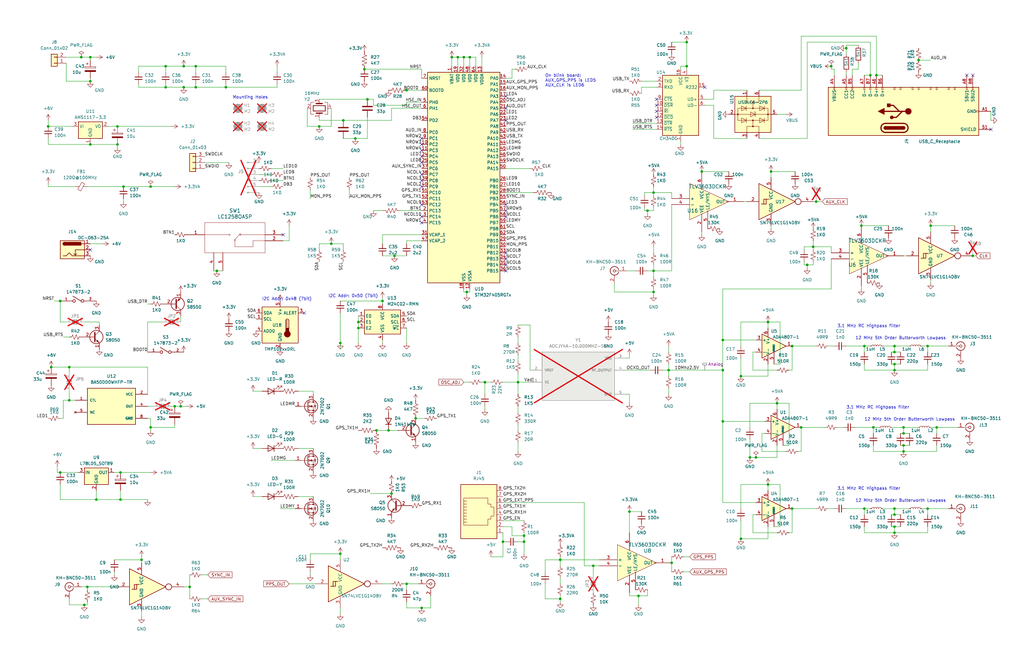
<source format=kicad_sch>
(kicad_sch (version 20230121) (generator eeschema)
  (paper "B")
  (title_block (title "Clock") (date "2023-12-05") (rev "V9.0") (company "Cullen Jennings"))
  (junction (at 151.13 135.89))
  (junction (at 220.98 226.06))
  (junction (at 77.47 27.94))
  (junction (at 392.43 95.25))
  (junction (at 377.19 222.25))
  (junction (at 275.59 81.28))
  (junction (at 151.13 138.43))
  (junction (at 391.16 214.63))
  (junction (at 49.53 60.96))
  (junction (at 38.1 34.29))
  (junction (at 377.19 156.21))
  (junction (at 323.85 204.47))
  (junction (at 165.1 208.28))
  (junction (at 193.04 24.13))
  (junction (at 154.94 41.91))
  (junction (at 337.82 180.34))
  (junction (at 76.2 171.45))
  (junction (at 144.78 50.8))
  (junction (at 171.45 38.1))
  (junction (at 220.98 228.6))
  (junction (at 149.86 58.42))
  (junction (at 139.7 102.87))
  (junction (at 381 180.34))
  (junction (at 273.05 88.9))
  (junction (at 29.21 154.94))
  (junction (at 387.35 25.4))
  (junction (at 73.66 171.45))
  (junction (at 153.67 29.21))
  (junction (at 318.77 193.04))
  (junction (at 69.85 36.83))
  (junction (at 340.36 111.76))
  (junction (at 312.42 158.75))
  (junction (at 63.5 78.74))
  (junction (at 91.44 114.3))
  (junction (at 134.62 53.34))
  (junction (at 77.47 36.83))
  (junction (at 143.51 144.78))
  (junction (at 364.49 146.05))
  (junction (at 377.19 153.67))
  (junction (at 304.8 177.8))
  (junction (at 69.85 27.94))
  (junction (at 21.59 154.94))
  (junction (at 367.03 31.75))
  (junction (at 316.23 193.04))
  (junction (at 50.8 210.82))
  (junction (at 381 190.5))
  (junction (at 369.57 31.75))
  (junction (at 218.44 161.29))
  (junction (at 377.19 146.05))
  (junction (at 275.59 123.19))
  (junction (at 212.09 228.6))
  (junction (at 410.21 107.95))
  (junction (at 59.69 236.22))
  (junction (at 236.22 236.22))
  (junction (at 377.19 224.79))
  (junction (at 40.64 210.82))
  (junction (at 368.3 180.34))
  (junction (at 381 182.88))
  (junction (at 175.26 176.53))
  (junction (at 334.01 214.63))
  (junction (at 82.55 27.94))
  (junction (at 350.52 27.94))
  (junction (at 82.55 36.83))
  (junction (at 25.4 127))
  (junction (at 342.9 104.14))
  (junction (at 204.47 161.29))
  (junction (at 265.43 215.9))
  (junction (at 250.19 238.76))
  (junction (at 143.51 233.68))
  (junction (at 304.8 143.51))
  (junction (at 377.19 217.17))
  (junction (at 364.49 214.63))
  (junction (at 283.21 237.49))
  (junction (at 20.32 53.34))
  (junction (at 25.4 199.39))
  (junction (at 312.42 227.33))
  (junction (at 95.25 36.83))
  (junction (at 377.19 214.63))
  (junction (at 49.53 53.34))
  (junction (at 163.83 181.61))
  (junction (at 63.5 180.34))
  (junction (at 295.91 72.39))
  (junction (at 80.01 247.65))
  (junction (at 323.85 135.89))
  (junction (at 289.56 17.78))
  (junction (at 289.56 27.94))
  (junction (at 195.58 24.13))
  (junction (at 394.97 180.34))
  (junction (at 38.1 24.13))
  (junction (at 325.12 72.39))
  (junction (at 381 187.96))
  (junction (at 377.19 148.59))
  (junction (at 275.59 114.3))
  (junction (at 34.29 24.13))
  (junction (at 50.8 199.39))
  (junction (at 198.12 24.13))
  (junction (at 52.07 78.74))
  (junction (at 190.5 24.13))
  (junction (at 344.17 85.09))
  (junction (at 269.24 251.46))
  (junction (at 29.21 168.91))
  (junction (at 236.22 252.73))
  (junction (at 158.75 181.61))
  (junction (at 356.87 20.32))
  (junction (at 281.94 156.21))
  (junction (at 363.22 95.25))
  (junction (at 166.37 107.95))
  (junction (at 161.29 127))
  (junction (at 327.66 170.18))
  (junction (at 196.85 123.19))
  (junction (at 304.8 156.21))
  (junction (at 177.8 256.54))
  (junction (at 391.16 146.05))
  (junction (at 38.1 60.96))
  (junction (at 35.56 255.27))
  (junction (at 36.83 247.65))
  (junction (at 334.01 146.05))
  (junction (at 171.45 246.38))
  (no_connect (at 417.83 54.61))
  (no_connect (at 213.36 114.3))
  (no_connect (at 213.36 45.72))
  (no_connect (at 213.36 109.22))
  (no_connect (at 213.36 86.36))
  (no_connect (at 128.27 132.08))
  (no_connect (at 38.1 105.41))
  (no_connect (at 213.36 91.44))
  (no_connect (at 410.21 31.75))
  (no_connect (at 276.86 44.45))
  (no_connect (at 177.8 66.04))
  (no_connect (at 213.36 88.9))
  (no_connect (at 119.38 99.06))
  (no_connect (at 213.36 106.68))
  (no_connect (at 177.8 76.2))
  (no_connect (at 177.8 58.42))
  (no_connect (at 177.8 68.58))
  (no_connect (at 213.36 111.76))
  (no_connect (at 297.18 36.83))
  (no_connect (at 177.8 93.98))
  (no_connect (at 177.8 86.36))
  (no_connect (at 213.36 50.8))
  (no_connect (at 276.86 41.91))
  (no_connect (at 177.8 63.5))
  (no_connect (at 407.67 31.75))
  (no_connect (at 213.36 40.64))
  (no_connect (at 276.86 46.99))
  (no_connect (at 276.86 49.53))
  (no_connect (at 177.8 78.74))
  (no_connect (at 177.8 73.66))
  (no_connect (at 177.8 60.96))
  (no_connect (at 177.8 91.44))
  (wire (pts (xy 22.86 127) (xy 25.4 127)))
  (wire (pts (xy 38.1 33.02) (xy 38.1 34.29)))
  (wire (pts (xy 58.42 27.94) (xy 69.85 27.94)))
  (wire (pts (xy 353.06 180.34) (xy 355.6 180.34)))
  (wire (pts (xy 171.45 38.1) (xy 170.18 38.1)))
  (wire (pts (xy 116.84 27.94) (xy 116.84 30.48)))
  (wire (pts (xy 275.59 81.28) (xy 283.21 81.28)))
  (wire (pts (xy 364.49 153.67) (xy 364.49 156.21)))
  (wire (pts (xy 48.26 236.22) (xy 59.69 236.22)))
  (wire (pts (xy 271.78 87.63) (xy 271.78 88.9)))
  (wire (pts (xy 281.94 153.67) (xy 281.94 156.21)))
  (wire (pts (xy 283.21 234.95) (xy 283.21 237.49)))
  (wire (pts (xy 161.29 127) (xy 161.29 128.27)))
  (wire (pts (xy 203.2 24.13) (xy 203.2 27.94)))
  (wire (pts (xy 95.25 27.94) (xy 82.55 27.94)))
  (wire (pts (xy 323.85 158.75) (xy 323.85 153.67)))
  (wire (pts (xy 26.67 176.53) (xy 26.67 168.91)))
  (wire (pts (xy 356.87 214.63) (xy 364.49 214.63)))
  (wire (pts (xy 165.1 45.72) (xy 177.8 45.72)))
  (wire (pts (xy 45.72 53.34) (xy 49.53 53.34)))
  (wire (pts (xy 49.53 60.96) (xy 49.53 62.23)))
  (wire (pts (xy 273.05 251.46) (xy 273.05 248.92)))
  (wire (pts (xy 325.12 72.39) (xy 335.28 72.39)))
  (wire (pts (xy 265.43 251.46) (xy 269.24 251.46)))
  (wire (pts (xy 171.45 138.43) (xy 171.45 144.78)))
  (wire (pts (xy 391.16 146.05) (xy 400.05 146.05)))
  (wire (pts (xy 323.85 135.89) (xy 323.85 138.43)))
  (wire (pts (xy 342.9 110.49) (xy 342.9 111.76)))
  (wire (pts (xy 129.54 53.34) (xy 134.62 53.34)))
  (wire (pts (xy 275.59 114.3) (xy 283.21 114.3)))
  (wire (pts (xy 69.85 27.94) (xy 77.47 27.94)))
  (wire (pts (xy 27.94 34.29) (xy 38.1 34.29)))
  (wire (pts (xy 207.01 234.95) (xy 212.09 234.95)))
  (wire (pts (xy 125.73 209.55) (xy 132.08 209.55)))
  (wire (pts (xy 212.09 228.6) (xy 212.09 224.79)))
  (wire (pts (xy 379.73 187.96) (xy 381 187.96)))
  (wire (pts (xy 236.22 243.84) (xy 236.22 246.38)))
  (wire (pts (xy 379.73 153.67) (xy 377.19 153.67)))
  (wire (pts (xy 332.74 224.79) (xy 334.01 224.79)))
  (wire (pts (xy 316.23 170.18) (xy 327.66 170.18)))
  (wire (pts (xy 342.9 104.14) (xy 350.52 104.14)))
  (wire (pts (xy 340.36 111.76) (xy 342.9 111.76)))
  (wire (pts (xy 304.8 156.21) (xy 304.8 177.8)))
  (wire (pts (xy 49.53 53.34) (xy 72.39 53.34)))
  (wire (pts (xy 295.91 97.79) (xy 295.91 99.06)))
  (wire (pts (xy 339.09 104.14) (xy 342.9 104.14)))
  (wire (pts (xy 95.25 30.48) (xy 95.25 27.94)))
  (wire (pts (xy 121.92 246.38) (xy 133.35 246.38)))
  (wire (pts (xy 25.4 135.89) (xy 25.4 127)))
  (wire (pts (xy 106.68 209.55) (xy 110.49 209.55)))
  (wire (pts (xy 29.21 255.27) (xy 35.56 255.27)))
  (wire (pts (xy 143.51 233.68) (xy 143.51 236.22)))
  (wire (pts (xy 212.09 161.29) (xy 218.44 161.29)))
  (wire (pts (xy 344.17 85.09) (xy 346.71 85.09)))
  (wire (pts (xy 276.86 54.61) (xy 266.7 54.61)))
  (wire (pts (xy 417.83 50.8) (xy 417.83 46.99)))
  (wire (pts (xy 334.01 146.05) (xy 344.17 146.05)))
  (wire (pts (xy 275.59 111.76) (xy 275.59 114.3)))
  (wire (pts (xy 325.12 72.39) (xy 325.12 74.93)))
  (wire (pts (xy 377.19 153.67) (xy 377.19 156.21)))
  (wire (pts (xy 337.82 190.5) (xy 337.82 180.34)))
  (wire (pts (xy 215.9 33.02) (xy 215.9 29.21)))
  (wire (pts (xy 312.42 146.05) (xy 312.42 135.89)))
  (wire (pts (xy 171.45 254) (xy 171.45 256.54)))
  (wire (pts (xy 281.94 156.21) (xy 304.8 156.21)))
  (wire (pts (xy 85.09 242.57) (xy 87.63 242.57)))
  (wire (pts (xy 109.22 73.66) (xy 114.3 73.66)))
  (wire (pts (xy 220.98 226.06) (xy 220.98 228.6)))
  (wire (pts (xy 300.99 41.91) (xy 297.18 41.91)))
  (wire (pts (xy 220.98 224.79) (xy 220.98 226.06)))
  (wire (pts (xy 370.84 180.34) (xy 368.3 180.34)))
  (wire (pts (xy 143.51 127) (xy 161.29 127)))
  (wire (pts (xy 387.35 25.4) (xy 392.43 25.4)))
  (wire (pts (xy 350.52 109.22) (xy 350.52 121.92)))
  (wire (pts (xy 181.61 256.54) (xy 177.8 256.54)))
  (wire (pts (xy 134.62 41.91) (xy 154.94 41.91)))
  (wire (pts (xy 153.67 29.21) (xy 177.8 29.21)))
  (wire (pts (xy 279.4 156.21) (xy 281.94 156.21)))
  (wire (pts (xy 304.8 177.8) (xy 322.58 177.8)))
  (wire (pts (xy 171.45 44.45) (xy 171.45 43.18)))
  (wire (pts (xy 165.1 45.72) (xy 165.1 50.8)))
  (wire (pts (xy 271.78 81.28) (xy 275.59 81.28)))
  (wire (pts (xy 132.08 165.1) (xy 132.08 166.37)))
  (wire (pts (xy 50.8 199.39) (xy 63.5 199.39)))
  (wire (pts (xy 26.67 176.53) (xy 25.4 176.53)))
  (wire (pts (xy 27.94 26.67) (xy 27.94 34.29)))
  (wire (pts (xy 295.91 72.39) (xy 307.34 72.39)))
  (wire (pts (xy 58.42 36.83) (xy 69.85 36.83)))
  (wire (pts (xy 273.05 114.3) (xy 275.59 114.3)))
  (wire (pts (xy 394.97 180.34) (xy 394.97 182.88)))
  (wire (pts (xy 147.32 80.01) (xy 147.32 83.82)))
  (wire (pts (xy 177.8 101.6) (xy 171.45 101.6)))
  (wire (pts (xy 165.1 50.8) (xy 144.78 50.8)))
  (wire (pts (xy 289.56 27.94) (xy 287.02 27.94)))
  (wire (pts (xy 379.73 182.88) (xy 381 182.88)))
  (wire (pts (xy 25.4 199.39) (xy 24.13 199.39)))
  (wire (pts (xy 394.97 187.96) (xy 394.97 190.5)))
  (wire (pts (xy 161.29 99.06) (xy 177.8 99.06)))
  (wire (pts (xy 236.22 252.73) (xy 236.22 254)))
  (wire (pts (xy 52.07 83.82) (xy 52.07 85.09)))
  (wire (pts (xy 312.42 158.75) (xy 323.85 158.75)))
  (wire (pts (xy 326.39 222.25) (xy 328.93 222.25)))
  (wire (pts (xy 381 107.95) (xy 382.27 107.95)))
  (wire (pts (xy 218.44 171.45) (xy 218.44 173.99)))
  (wire (pts (xy 196.85 124.46) (xy 196.85 123.19)))
  (wire (pts (xy 63.5 181.61) (xy 63.5 180.34)))
  (wire (pts (xy 154.94 49.53) (xy 154.94 58.42)))
  (wire (pts (xy 321.31 182.88) (xy 322.58 182.88)))
  (wire (pts (xy 198.12 24.13) (xy 200.66 24.13)))
  (wire (pts (xy 36.83 78.74) (xy 52.07 78.74)))
  (wire (pts (xy 275.59 78.74) (xy 275.59 81.28)))
  (wire (pts (xy 368.3 180.34) (xy 368.3 182.88)))
  (wire (pts (xy 363.22 120.65) (xy 363.22 121.92)))
  (wire (pts (xy 129.54 45.72) (xy 129.54 53.34)))
  (wire (pts (xy 327.66 156.21) (xy 317.5 156.21)))
  (wire (pts (xy 275.59 87.63) (xy 275.59 88.9)))
  (wire (pts (xy 270.51 34.29) (xy 276.86 34.29)))
  (wire (pts (xy 270.51 36.83) (xy 270.51 39.37)))
  (wire (pts (xy 34.29 247.65) (xy 36.83 247.65)))
  (wire (pts (xy 198.12 121.92) (xy 198.12 123.19)))
  (wire (pts (xy 85.09 252.73) (xy 87.63 252.73)))
  (wire (pts (xy 350.52 27.94) (xy 350.52 29.21)))
  (wire (pts (xy 246.38 238.76) (xy 246.38 212.09)))
  (wire (pts (xy 356.87 22.86) (xy 356.87 20.32)))
  (wire (pts (xy 195.58 161.29) (xy 198.12 161.29)))
  (wire (pts (xy 300.99 38.1) (xy 300.99 41.91)))
  (wire (pts (xy 27.94 135.89) (xy 25.4 135.89)))
  (wire (pts (xy 276.86 52.07) (xy 266.7 52.07)))
  (wire (pts (xy 161.29 246.38) (xy 165.1 246.38)))
  (wire (pts (xy 265.43 170.18) (xy 265.43 166.37)))
  (wire (pts (xy 377.19 222.25) (xy 377.19 224.79)))
  (wire (pts (xy 41.91 135.89) (xy 41.91 137.16)))
  (wire (pts (xy 130.81 233.68) (xy 143.51 233.68)))
  (wire (pts (xy 229.87 241.3) (xy 229.87 236.22)))
  (wire (pts (xy 316.23 185.42) (xy 316.23 193.04)))
  (wire (pts (xy 204.47 161.29) (xy 204.47 166.37)))
  (wire (pts (xy 269.24 251.46) (xy 269.24 255.27)))
  (wire (pts (xy 356.87 19.05) (xy 356.87 20.32)))
  (wire (pts (xy 76.2 171.45) (xy 78.74 171.45)))
  (wire (pts (xy 327.66 193.04) (xy 327.66 187.96)))
  (wire (pts (xy 364.49 224.79) (xy 377.19 224.79)))
  (wire (pts (xy 321.31 190.5) (xy 321.31 182.88)))
  (wire (pts (xy 121.92 95.25) (xy 121.92 101.6)))
  (wire (pts (xy 410.21 107.95) (xy 411.48 107.95)))
  (wire (pts (xy 265.43 149.86) (xy 265.43 151.13)))
  (wire (pts (xy 340.36 58.42) (xy 340.36 17.78)))
  (wire (pts (xy 171.45 101.6) (xy 171.45 102.87)))
  (wire (pts (xy 218.44 228.6) (xy 220.98 228.6)))
  (wire (pts (xy 151.13 138.43) (xy 151.13 144.78)))
  (wire (pts (xy 337.82 38.1) (xy 337.82 15.24)))
  (wire (pts (xy 36.83 247.65) (xy 36.83 248.92)))
  (wire (pts (xy 114.3 194.31) (xy 124.46 194.31)))
  (wire (pts (xy 316.23 193.04) (xy 318.77 193.04)))
  (wire (pts (xy 215.9 222.25) (xy 215.9 226.06)))
  (wire (pts (xy 154.94 41.91) (xy 157.48 41.91)))
  (wire (pts (xy 391.16 156.21) (xy 377.19 156.21)))
  (wire (pts (xy 168.91 88.9) (xy 177.8 88.9)))
  (wire (pts (xy 134.62 50.8) (xy 144.78 50.8)))
  (wire (pts (xy 312.42 135.89) (xy 323.85 135.89)))
  (wire (pts (xy 334.01 224.79) (xy 334.01 214.63)))
  (wire (pts (xy 275.59 123.19) (xy 275.59 124.46)))
  (wire (pts (xy 377.19 146.05) (xy 377.19 148.59)))
  (wire (pts (xy 229.87 246.38) (xy 229.87 252.73)))
  (wire (pts (xy 281.94 163.83) (xy 281.94 166.37)))
  (wire (pts (xy 134.62 102.87) (xy 139.7 102.87)))
  (wire (pts (xy 177.8 33.02) (xy 177.8 29.21)))
  (wire (pts (xy 317.5 224.79) (xy 317.5 217.17)))
  (wire (pts (xy 218.44 157.48) (xy 218.44 161.29)))
  (wire (pts (xy 29.21 154.94) (xy 62.23 154.94)))
  (wire (pts (xy 29.21 154.94) (xy 29.21 157.48)))
  (wire (pts (xy 48.26 199.39) (xy 50.8 199.39)))
  (wire (pts (xy 391.16 224.79) (xy 377.19 224.79)))
  (wire (pts (xy 52.07 78.74) (xy 63.5 78.74)))
  (wire (pts (xy 259.08 119.38) (xy 259.08 123.19)))
  (wire (pts (xy 265.43 151.13) (xy 264.16 151.13)))
  (wire (pts (xy 229.87 252.73) (xy 236.22 252.73)))
  (wire (pts (xy 328.93 222.25) (xy 328.93 204.47)))
  (wire (pts (xy 62.23 135.89) (xy 62.23 148.59)))
  (wire (pts (xy 391.16 222.25) (xy 391.16 224.79)))
  (wire (pts (xy 20.32 53.34) (xy 30.48 53.34)))
  (wire (pts (xy 130.81 241.3) (xy 130.81 242.57)))
  (wire (pts (xy 213.36 81.28) (xy 224.79 81.28)))
  (wire (pts (xy 190.5 24.13) (xy 193.04 24.13)))
  (wire (pts (xy 349.25 214.63) (xy 351.79 214.63)))
  (wire (pts (xy 158.75 181.61) (xy 163.83 181.61)))
  (wire (pts (xy 215.9 29.21) (xy 217.17 29.21)))
  (wire (pts (xy 38.1 102.87) (xy 43.18 102.87)))
  (wire (pts (xy 375.92 180.34) (xy 381 180.34)))
  (wire (pts (xy 337.82 15.24) (xy 369.57 15.24)))
  (wire (pts (xy 76.2 133.35) (xy 76.2 135.89)))
  (wire (pts (xy 252.73 238.76) (xy 250.19 238.76)))
  (wire (pts (xy 342.9 85.09) (xy 344.17 85.09)))
  (wire (pts (xy 26.67 142.24) (xy 29.21 142.24)))
  (wire (pts (xy 130.81 236.22) (xy 130.81 233.68)))
  (wire (pts (xy 69.85 35.56) (xy 69.85 36.83)))
  (wire (pts (xy 383.54 187.96) (xy 381 187.96)))
  (wire (pts (xy 381 180.34) (xy 381 182.88)))
  (wire (pts (xy 175.26 176.53) (xy 179.07 176.53)))
  (wire (pts (xy 198.12 123.19) (xy 196.85 123.19)))
  (wire (pts (xy 351.79 29.21) (xy 351.79 31.75)))
  (wire (pts (xy 317.5 156.21) (xy 317.5 148.59)))
  (wire (pts (xy 312.42 214.63) (xy 312.42 204.47)))
  (wire (pts (xy 90.17 114.3) (xy 91.44 114.3)))
  (wire (pts (xy 196.85 123.19) (xy 195.58 123.19)))
  (wire (pts (xy 73.66 180.34) (xy 73.66 179.07)))
  (wire (pts (xy 265.43 166.37) (xy 264.16 166.37)))
  (wire (pts (xy 35.56 135.89) (xy 41.91 135.89)))
  (wire (pts (xy 367.03 146.05) (xy 364.49 146.05)))
  (wire (pts (xy 218.44 161.29) (xy 223.52 161.29)))
  (wire (pts (xy 36.83 255.27) (xy 35.56 255.27)))
  (wire (pts (xy 391.16 153.67) (xy 391.16 156.21)))
  (wire (pts (xy 313.69 85.09) (xy 314.96 85.09)))
  (wire (pts (xy 331.47 190.5) (xy 321.31 190.5)))
  (wire (pts (xy 143.51 144.78) (xy 143.51 132.08)))
  (wire (pts (xy 391.16 146.05) (xy 391.16 148.59)))
  (wire (pts (xy 25.4 210.82) (xy 40.64 210.82)))
  (wire (pts (xy 283.21 81.28) (xy 283.21 83.82)))
  (wire (pts (xy 326.39 153.67) (xy 328.93 153.67)))
  (wire (pts (xy 34.29 24.13) (xy 38.1 24.13)))
  (wire (pts (xy 220.98 228.6) (xy 220.98 233.68)))
  (wire (pts (xy 372.11 214.63) (xy 377.19 214.63)))
  (wire (pts (xy 223.52 156.21) (xy 223.52 137.16)))
  (wire (pts (xy 69.85 36.83) (xy 77.47 36.83)))
  (wire (pts (xy 318.77 212.09) (xy 304.8 212.09)))
  (wire (pts (xy 317.5 217.17) (xy 318.77 217.17)))
  (wire (pts (xy 59.69 257.81) (xy 59.69 260.35)))
  (wire (pts (xy 392.43 95.25) (xy 392.43 97.79)))
  (wire (pts (xy 317.5 148.59) (xy 318.77 148.59)))
  (wire (pts (xy 271.78 82.55) (xy 271.78 81.28)))
  (wire (pts (xy 328.93 153.67) (xy 328.93 135.89)))
  (wire (pts (xy 337.82 180.34) (xy 347.98 180.34)))
  (wire (pts (xy 134.62 53.34) (xy 139.7 53.34)))
  (wire (pts (xy 289.56 17.78) (xy 289.56 27.94)))
  (wire (pts (xy 392.43 118.11) (xy 392.43 119.38)))
  (wire (pts (xy 38.1 24.13) (xy 38.1 25.4)))
  (wire (pts (xy 359.41 29.21) (xy 359.41 31.75)))
  (wire (pts (xy 312.42 219.71) (xy 312.42 227.33)))
  (wire (pts (xy 320.04 38.1) (xy 337.82 38.1)))
  (wire (pts (xy 369.57 15.24) (xy 369.57 31.75)))
  (wire (pts (xy 161.29 125.73) (xy 161.29 127)))
  (wire (pts (xy 273.05 88.9) (xy 271.78 88.9)))
  (wire (pts (xy 327.66 48.26) (xy 331.47 48.26)))
  (wire (pts (xy 134.62 105.41) (xy 134.62 102.87)))
  (wire (pts (xy 106.68 165.1) (xy 110.49 165.1)))
  (wire (pts (xy 283.21 237.49) (xy 283.21 241.3)))
  (wire (pts (xy 364.49 156.21) (xy 377.19 156.21)))
  (wire (pts (xy 281.94 146.05) (xy 281.94 148.59)))
  (wire (pts (xy 368.3 187.96) (xy 368.3 190.5)))
  (wire (pts (xy 323.85 204.47) (xy 323.85 207.01)))
  (wire (pts (xy 388.62 146.05) (xy 391.16 146.05)))
  (wire (pts (xy 340.36 111.76) (xy 339.09 111.76)))
  (wire (pts (xy 82.55 27.94) (xy 82.55 30.48)))
  (wire (pts (xy 114.3 76.2) (xy 119.38 76.2)))
  (wire (pts (xy 77.47 247.65) (xy 80.01 247.65)))
  (wire (pts (xy 95.25 35.56) (xy 95.25 36.83)))
  (wire (pts (xy 312.42 227.33) (xy 323.85 227.33)))
  (wire (pts (xy 59.69 234.95) (xy 59.69 236.22)))
  (wire (pts (xy 63.5 176.53) (xy 63.5 180.34)))
  (wire (pts (xy 388.62 214.63) (xy 391.16 214.63)))
  (wire (pts (xy 26.67 168.91) (xy 29.21 168.91)))
  (wire (pts (xy 68.58 135.89) (xy 62.23 135.89)))
  (wire (pts (xy 283.21 86.36) (xy 283.21 114.3)))
  (wire (pts (xy 73.66 171.45) (xy 76.2 171.45)))
  (wire (pts (xy 265.43 215.9) (xy 270.51 215.9)))
  (wire (pts (xy 40.64 207.01) (xy 40.64 210.82)))
  (wire (pts (xy 20.32 78.74) (xy 31.75 78.74)))
  (wire (pts (xy 218.44 186.69) (xy 218.44 190.5)))
  (wire (pts (xy 25.4 199.39) (xy 33.02 199.39)))
  (wire (pts (xy 349.25 146.05) (xy 351.79 146.05)))
  (wire (pts (xy 320.04 58.42) (xy 340.36 58.42)))
  (wire (pts (xy 391.16 214.63) (xy 400.05 214.63)))
  (wire (pts (xy 59.69 236.22) (xy 59.69 237.49)))
  (wire (pts (xy 356.87 30.48) (xy 356.87 31.75)))
  (wire (pts (xy 340.36 17.78) (xy 367.03 17.78)))
  (wire (pts (xy 363.22 95.25) (xy 374.65 95.25)))
  (wire (pts (xy 367.03 17.78) (xy 367.03 31.75)))
  (wire (pts (xy 304.8 121.92) (xy 304.8 143.51)))
  (wire (pts (xy 121.92 101.6) (xy 119.38 101.6)))
  (wire (pts (xy 356.87 146.05) (xy 364.49 146.05)))
  (wire (pts (xy 212.09 222.25) (xy 215.9 222.25)))
  (wire (pts (xy 236.22 251.46) (xy 236.22 252.73)))
  (wire (pts (xy 275.59 82.55) (xy 275.59 81.28)))
  (wire (pts (xy 106.68 189.23) (xy 110.49 189.23)))
  (wire (pts (xy 394.97 190.5) (xy 381 190.5)))
  (wire (pts (xy 80.01 247.65) (xy 80.01 252.73)))
  (wire (pts (xy 20.32 50.8) (xy 20.32 53.34)))
  (wire (pts (xy 29.21 165.1) (xy 29.21 168.91)))
  (wire (pts (xy 195.58 123.19) (xy 195.58 121.92)))
  (wire (pts (xy 116.84 35.56) (xy 116.84 36.83)))
  (wire (pts (xy 332.74 156.21) (xy 334.01 156.21)))
  (wire (pts (xy 36.83 247.65) (xy 49.53 247.65)))
  (wire (pts (xy 391.16 214.63) (xy 391.16 217.17)))
  (wire (pts (xy 62.23 128.27) (xy 63.5 128.27)))
  (wire (pts (xy 69.85 27.94) (xy 69.85 30.48)))
  (wire (pts (xy 361.95 19.05) (xy 356.87 19.05)))
  (wire (pts (xy 273.05 88.9) (xy 275.59 88.9)))
  (wire (pts (xy 330.2 187.96) (xy 332.74 187.96)))
  (wire (pts (xy 250.19 238.76) (xy 250.19 242.57)))
  (wire (pts (xy 63.5 176.53) (xy 62.23 176.53)))
  (wire (pts (xy 144.78 102.87) (xy 139.7 102.87)))
  (wire (pts (xy 394.97 180.34) (xy 403.86 180.34)))
  (wire (pts (xy 381 187.96) (xy 381 190.5)))
  (wire (pts (xy 204.47 161.29) (xy 207.01 161.29)))
  (wire (pts (xy 304.8 143.51) (xy 318.77 143.51)))
  (wire (pts (xy 318.77 193.04) (xy 327.66 193.04)))
  (wire (pts (xy 25.4 204.47) (xy 25.4 210.82)))
  (wire (pts (xy 50.8 207.01) (xy 50.8 210.82)))
  (wire (pts (xy 63.5 78.74) (xy 73.66 78.74)))
  (wire (pts (xy 334.01 214.63) (xy 344.17 214.63)))
  (wire (pts (xy 223.52 137.16) (xy 218.44 137.16)))
  (wire (pts (xy 379.73 222.25) (xy 377.19 222.25)))
  (wire (pts (xy 50.8 210.82) (xy 40.64 210.82)))
  (wire (pts (xy 297.18 44.45) (xy 300.99 44.45)))
  (wire (pts (xy 350.52 29.21) (xy 351.79 29.21)))
  (wire (pts (xy 125.73 165.1) (xy 132.08 165.1)))
  (wire (pts (xy 151.13 135.89) (xy 151.13 138.43)))
  (wire (pts (xy 163.83 181.61) (xy 167.64 181.61)))
  (wire (pts (xy 20.32 58.42) (xy 20.32 60.96)))
  (wire (pts (xy 325.12 95.25) (xy 325.12 96.52)))
  (wire (pts (xy 264.16 156.21) (xy 274.32 156.21)))
  (wire (pts (xy 377.19 214.63) (xy 383.54 214.63)))
  (wire (pts (xy 213.36 33.02) (xy 215.9 33.02)))
  (wire (pts (xy 269.24 251.46) (xy 273.05 251.46)))
  (wire (pts (xy 236.22 236.22) (xy 236.22 238.76)))
  (wire (pts (xy 143.51 256.54) (xy 143.51 259.08)))
  (wire (pts (xy 372.11 146.05) (xy 377.19 146.05)))
  (wire (pts (xy 193.04 24.13) (xy 193.04 27.94)))
  (wire (pts (xy 171.45 43.18) (xy 177.8 43.18)))
  (wire (pts (xy 364.49 214.63) (xy 364.49 217.17)))
  (wire (pts (xy 289.56 17.78) (xy 283.21 17.78)))
  (wire (pts (xy 72.39 171.45) (xy 73.66 171.45)))
  (wire (pts (xy 212.09 219.71) (xy 220.98 219.71)))
  (wire (pts (xy 273.05 88.9) (xy 273.05 90.17)))
  (wire (pts (xy 392.43 180.34) (xy 394.97 180.34)))
  (wire (pts (xy 334.01 156.21) (xy 334.01 146.05)))
  (wire (pts (xy 336.55 190.5) (xy 337.82 190.5)))
  (wire (pts (xy 367.03 214.63) (xy 364.49 214.63)))
  (wire (pts (xy 361.95 29.21) (xy 359.41 29.21)))
  (wire (pts (xy 316.23 180.34) (xy 316.23 170.18)))
  (wire (pts (xy 143.51 147.32) (xy 143.51 144.78)))
  (wire (pts (xy 275.59 121.92) (xy 275.59 123.19)))
  (wire (pts (xy 171.45 246.38) (xy 171.45 248.92)))
  (wire (pts (xy 218.44 142.24) (xy 218.44 144.78)))
  (wire (pts (xy 161.29 143.51) (xy 161.29 144.78)))
  (wire (pts (xy 314.96 38.1) (xy 300.99 38.1)))
  (wire (pts (xy 364.49 222.25) (xy 364.49 224.79)))
  (wire (pts (xy 38.1 60.96) (xy 49.53 60.96)))
  (wire (pts (xy 218.44 161.29) (xy 218.44 166.37)))
  (wire (pts (xy 339.09 105.41) (xy 339.09 104.14)))
  (wire (pts (xy 250.19 238.76) (xy 246.38 238.76)))
  (wire (pts (xy 287.02 27.94) (xy 287.02 29.21)))
  (wire (pts (xy 360.68 180.34) (xy 368.3 180.34)))
  (wire (pts (xy 212.09 234.95) (xy 212.09 228.6)))
  (wire (pts (xy 392.43 95.25) (xy 402.59 95.25)))
  (wire (pts (xy 203.2 161.29) (xy 204.47 161.29)))
  (wire (pts (xy 161.29 107.95) (xy 166.37 107.95)))
  (wire (pts (xy 161.29 88.9) (xy 157.48 88.9)))
  (wire (pts (xy 367.03 31.75) (xy 364.49 31.75)))
  (wire (pts (xy 304.8 121.92) (xy 350.52 121.92)))
  (wire (pts (xy 144.78 58.42) (xy 149.86 58.42)))
  (wire (pts (xy 48.26 241.3) (xy 48.26 242.57)))
  (wire (pts (xy 86.36 68.58) (xy 96.52 68.58)))
  (wire (pts (xy 328.93 135.89) (xy 323.85 135.89)))
  (wire (pts (xy 220.98 226.06) (xy 215.9 226.06)))
  (wire (pts (xy 259.08 123.19) (xy 275.59 123.19)))
  (wire (pts (xy 134.62 49.53) (xy 134.62 50.8)))
  (wire (pts (xy 276.86 36.83) (xy 270.51 36.83)))
  (wire (pts (xy 323.85 227.33) (xy 323.85 222.25)))
  (wire (pts (xy 332.74 187.96) (xy 332.74 170.18)))
  (wire (pts (xy 265.43 215.9) (xy 265.43 224.79)))
  (wire (pts (xy 300.99 44.45) (xy 300.99 58.42)))
  (wire (pts (xy 281.94 156.21) (xy 281.94 158.75)))
  (wire (pts (xy 198.12 24.13) (xy 198.12 27.94)))
  (wire (pts (xy 157.48 41.91) (xy 157.48 44.45)))
  (wire (pts (xy 80.01 242.57) (xy 80.01 247.65)))
  (wire (pts (xy 171.45 38.1) (xy 177.8 38.1)))
  (wire (pts (xy 312.42 151.13) (xy 312.42 158.75)))
  (wire (pts (xy 24.13 196.85) (xy 24.13 199.39)))
  (wire (pts (xy 114.3 71.12) (xy 119.38 71.12)))
  (wire (pts (xy 377.19 217.17) (xy 379.73 217.17)))
  (wire (pts (xy 368.3 190.5) (xy 381 190.5)))
  (wire (pts (xy 218.44 179.07) (xy 218.44 181.61)))
  (wire (pts (xy 287.02 59.69) (xy 287.02 60.96)))
  (wire (pts (xy 130.81 80.01) (xy 130.81 83.82)))
  (wire (pts (xy 166.37 107.95) (xy 171.45 107.95)))
  (wire (pts (xy 375.92 222.25) (xy 377.19 222.25)))
  (wire (pts (xy 77.47 36.83) (xy 82.55 36.83)))
  (wire (pts (xy 62.23 171.45) (xy 64.77 171.45)))
  (wire (pts (xy 304.8 156.21) (xy 304.8 143.51)))
  (wire (pts (xy 109.22 78.74) (xy 114.3 78.74)))
  (wire (pts (xy 375.92 153.67) (xy 377.19 153.67)))
  (wire (pts (xy 377.19 148.59) (xy 379.73 148.59)))
  (wire (pts (xy 27.94 24.13) (xy 34.29 24.13)))
  (wire (pts (xy 177.8 256.54) (xy 171.45 256.54)))
  (wire (pts (xy 63.5 180.34) (xy 73.66 180.34)))
  (wire (pts (xy 275.59 114.3) (xy 275.59 116.84)))
  (wire (pts (xy 118.11 214.63) (xy 124.46 214.63)))
  (wire (pts (xy 21.59 154.94) (xy 29.21 154.94)))
  (wire (pts (xy 212.09 212.09) (xy 246.38 212.09)))
  (wire (pts (xy 312.42 204.47) (xy 323.85 204.47)))
  (wire (pts (xy 364.49 146.05) (xy 364.49 148.59)))
  (wire (pts (xy 236.22 236.22) (xy 252.73 236.22)))
  (wire (pts (xy 361.95 26.67) (xy 361.95 29.21)))
  (wire (pts (xy 82.55 27.94) (xy 77.47 27.94)))
  (wire (pts (xy 350.52 104.14) (xy 350.52 106.68)))
  (wire (pts (xy 372.11 31.75) (xy 369.57 31.75)))
  (wire (pts (xy 40.64 24.13) (xy 38.1 24.13)))
  (wire (pts (xy 190.5 24.13) (xy 190.5 27.94)))
  (wire (pts (xy 229.87 236.22) (xy 236.22 236.22)))
  (wire (pts (xy 213.36 71.12) (xy 223.52 71.12)))
  (wire (pts (xy 218.44 149.86) (xy 218.44 152.4)))
  (wire (pts (xy 327.66 224.79) (xy 317.5 224.79)))
  (wire (pts (xy 193.04 24.13) (xy 195.58 24.13)))
  (wire (pts (xy 236.22 234.95) (xy 236.22 236.22)))
  (wire (pts (xy 340.36 111.76) (xy 340.36 113.03)))
  (wire (pts (xy 36.83 254) (xy 36.83 255.27)))
  (wire (pts (xy 165.1 208.28) (xy 156.21 208.28)))
  (wire (pts (xy 288.29 234.95) (xy 290.83 234.95)))
  (wire (pts (xy 375.92 217.17) (xy 377.19 217.17)))
  (wire (pts (xy 304.8 212.09) (xy 304.8 177.8)))
  (wire (pts (xy 342.9 105.41) (xy 342.9 104.14)))
  (wire (pts (xy 377.19 214.63) (xy 377.19 217.17)))
  (wire (pts (xy 264.16 114.3) (xy 267.97 114.3)))
  (wire (pts (xy 327.66 170.18) (xy 327.66 172.72)))
  (wire (pts (xy 144.78 105.41) (xy 144.78 102.87)))
  (wire (pts (xy 377.19 146.05) (xy 383.54 146.05)))
  (wire (pts (xy 381 182.88) (xy 383.54 182.88)))
  (wire (pts (xy 139.7 45.72) (xy 139.7 53.34)))
  (wire (pts (xy 29.21 252.73) (xy 29.21 255.27)))
  (wire (pts (xy 171.45 246.38) (xy 176.53 246.38)))
  (wire (pts (xy 62.23 154.94) (xy 62.23 166.37)))
  (wire (pts (xy 58.42 30.48) (xy 58.42 27.94)))
  (wire (pts (xy 289.56 27.94) (xy 289.56 29.21)))
  (wire (pts (xy 288.29 241.3) (xy 290.83 241.3)))
  (wire (pts (xy 381 180.34) (xy 387.35 180.34)))
  (wire (pts (xy 151.13 133.35) (xy 151.13 135.89)))
  (wire (pts (xy 212.09 228.6) (xy 213.36 228.6)))
  (wire (pts (xy 29.21 168.91) (xy 31.75 168.91)))
  (wire (pts (xy 204.47 171.45) (xy 204.47 172.72)))
  (wire (pts (xy 300.99 58.42) (xy 314.96 58.42)))
  (wire (pts (xy 170.18 246.38) (xy 171.45 246.38)))
  (wire (pts (xy 157.48 44.45) (xy 171.45 44.45)))
  (wire (pts (xy 375.92 148.59) (xy 377.19 148.59)))
  (wire (pts (xy 339.09 110.49) (xy 339.09 111.76)))
  (wire (pts (xy 328.93 204.47) (xy 323.85 204.47)))
  (wire (pts (xy 332.74 170.18) (xy 327.66 170.18)))
  (wire (pts (xy 58.42 35.56) (xy 58.42 36.83)))
  (wire (pts (xy 275.59 104.14) (xy 275.59 106.68)))
  (wire (pts (xy 195.58 24.13) (xy 195.58 27.94)))
  (wire (pts (xy 20.32 77.47) (xy 20.32 78.74)))
  (wire (pts (xy 91.44 114.3) (xy 93.98 114.3)))
  (wire (pts (xy 342.9 101.6) (xy 342.9 104.14)))
  (wire (pts (xy 125.73 189.23) (xy 132.08 189.23)))
  (wire (pts (xy 265.43 250.19) (xy 265.43 251.46)))
  (wire (pts (xy 161.29 102.87) (xy 161.29 99.06)))
  (wire (pts (xy 62.23 210.82) (xy 50.8 210.82)))
  (wire (pts (xy 20.32 60.96) (xy 38.1 60.96)))
  (wire (pts (xy 195.58 24.13) (xy 198.12 24.13)))
  (wire (pts (xy 82.55 35.56) (xy 82.55 36.83)))
  (wire (pts (xy 200.66 27.94) (xy 200.66 24.13)))
  (wire (pts (xy 82.55 36.83) (xy 95.25 36.83)))
  (wire (pts (xy 154.94 58.42) (xy 149.86 58.42)))
  (wire (pts (xy 95.25 36.83) (xy 116.84 36.83)))
  (wire (pts (xy 181.61 251.46) (xy 181.61 256.54)))
  (text "On blink board:\nAUX_GPS_PPS is LED5 \nAUX_CLK is LED6 \n" (at 229.87 36.83 0) (effects (font (size 1.27 1.27)) (justify left bottom)))
  (text "Mounting Holes" (at 113.03 41.91 0) (effects (font (size 1.27 1.27)) (justify right bottom)))
  (text "3.1 MHz RC Highpass filter" (at 356.87 172.72 0) (effects (font (size 1.27 1.27)) (justify left bottom)))
  (text "3.1 MHz RC Highpass filter" (at 353.06 138.43 0) (effects (font (size 1.27 1.27)) (justify left bottom)))
  (text "12 MHz 5th Order Butterworth Lowpass" (at 360.68 212.09 0) (effects (font (size 1.27 1.27)) (justify left bottom)))
  (text "12 MHz 5th Order Butterworth Lowpass" (at 364.49 177.8 0) (effects (font (size 1.27 1.27)) (justify left bottom)))
  (text "12 MHz 5th Order Butterworth Lowpass" (at 360.68 143.51 0) (effects (font (size 1.27 1.27)) (justify left bottom)))
  (text "3.1 MHz RC Highpass filter" (at 353.06 207.01 0) (effects (font (size 1.27 1.27)) (justify left bottom)))
  (text "I2C Addr: 0x48 (7bit)" (at 110.49 127 0) (effects (font (size 1.27 1.27)) (justify left bottom)))
  (text "I2C Addr: 0x50 (7bit)" (at 138.43 125.73 0) (effects (font (size 1.27 1.27)) (justify left bottom)))
  (label "GPS_RX1" (at 177.8 213.36 0))
  (label "LED10" (at 119.38 71.12 0))
  (label "SYNC_IN" (at 213.36 83.82 0))
  (label "NCOL7" (at 213.36 109.22 0))
  (label "SDA" (at 134.62 110.49 270))
  (label "LEDMY" (at 118.11 214.63 0))
  (label "SDA" (at 213.36 99.06 0))
  (label "GPS_PPS" (at 213.36 101.6 0))
  (label "LED9" (at 213.36 76.2 0))
  (label "DB3" (at 177.8 50.8 180))
  (label "SWDIO" (at 86.36 71.12 0))
  (label "BOOT1" (at 213.36 81.28 0))
  (label "GPS_TX2H" (at 212.09 207.01 0))
  (label "AUX_SYNC_IN" (at 177.8 71.12 180))
  (label "LED1" (at 20.32 176.53 180))
  (label "NROW1" (at 177.8 93.98 180))
  (label "GPS_EXT_PPS" (at 212.09 212.09 0))
  (label "LEDMY" (at 213.36 93.98 0))
  (label "GPS_RX1H" (at 156.21 208.28 180))
  (label "GPS_RX1" (at 177.8 81.28 180))
  (label "SCL" (at 107.95 134.62 180))
  (label "NCOL10" (at 177.8 91.44 180))
  (label "LED9" (at 119.38 73.66 0))
  (label "USB_TX" (at 265.43 34.29 180))
  (label "AUD_IN" (at 392.43 25.4 0))
  (label "NROW2" (at 177.8 58.42 180))
  (label "GPS_RX2H" (at 182.88 231.14 180))
  (label "HSE_IN" (at 177.8 43.18 180))
  (label "OCXO_OUT" (at 264.16 156.21 0))
  (label "USB_RTS" (at 26.67 142.24 180))
  (label "10Mhz2.5V" (at 284.48 156.21 0))
  (label "LEDMR" (at 213.36 63.5 0))
  (label "AUX_GPS_PPS" (at 213.36 35.56 0))
  (label "USB_TX" (at 213.36 58.42 0))
  (label "NCOL6" (at 213.36 111.76 0))
  (label "AUX_CLK" (at 222.25 29.21 0))
  (label "DB3" (at 119.38 78.74 0))
  (label "NCOL1" (at 213.36 91.44 0))
  (label "NCOL5" (at 213.36 114.3 0))
  (label "USB_DTR" (at 266.7 52.07 0))
  (label "SCL" (at 171.45 135.89 0))
  (label "GPS_TX1H" (at 212.09 214.63 0))
  (label "NRST" (at 172.72 29.21 0))
  (label "GPS_TX1" (at 184.15 176.53 0))
  (label "SDA" (at 171.45 133.35 0))
  (label "SCL" (at 144.78 110.49 270))
  (label "AUX_MON_PPS" (at 213.36 38.1 0))
  (label "USB_RTS" (at 266.7 54.61 0))
  (label "LEDMG" (at 213.36 60.96 0))
  (label "BOOT0" (at 170.18 38.1 0))
  (label "USB_DTR" (at 62.23 128.27 180))
  (label "NCOL9" (at 177.8 86.36 180))
  (label "SWDCLK" (at 213.36 68.58 0))
  (label "BTN1" (at 73.66 99.06 180))
  (label "PPS_OUT" (at 130.81 74.93 0))
  (label "MON_PPS" (at 213.36 104.14 0))
  (label "NCOL4" (at 177.8 73.66 180))
  (label "BTN1" (at 119.38 76.2 0))
  (label "NRST" (at 22.86 127 180))
  (label "NROW4" (at 177.8 63.5 180))
  (label "SWDCLK" (at 86.36 66.04 0))
  (label "SWDIO" (at 213.36 66.04 0))
  (label "LEDMG" (at 114.3 194.31 0))
  (label "NCOL2" (at 177.8 78.74 180))
  (label "GPS_TX1" (at 177.8 83.82 180))
  (label "PPS_OUT" (at 147.32 74.93 0))
  (label "PPS_OUT" (at 213.36 53.34 0))
  (label "LED1" (at 213.36 48.26 0))
  (label "LED4" (at 213.36 40.64 0))
  (label "Vadj" (at 220.98 161.29 0))
  (label "LED8" (at 177.8 68.58 180))
  (label "SDA" (at 107.95 132.08 180))
  (label "GPS_TX1H" (at 151.13 181.61 180))
  (label "BTN1" (at 177.8 88.9 180))
  (label "NCOL8" (at 213.36 106.68 0))
  (label "MON_PPS" (at 130.81 83.82 0))
  (label "AUX_MON_PPS" (at 147.32 83.82 0))
  (label "LED3" (at 213.36 86.36 0))
  (label "AUD_IN" (at 177.8 55.88 180))
  (label "SCL" (at 213.36 96.52 0))
  (label "CLK" (at 228.6 71.12 0))
  (label "LEDMR" (at 124.46 171.45 180))
  (label "GPS_EN" (at 212.09 219.71 0))
  (label "USB_RX" (at 213.36 55.88 0))
  (label "GPS_TX2H" (at 161.29 231.14 180))
  (label "GPS_RX2H" (at 212.09 209.55 0))
  (label "GPS_RX1H" (at 212.09 217.17 0))
  (label "HSE_OUT" (at 177.8 45.72 180))
  (label "LED10" (at 213.36 78.74 0))
  (label "NCOL3" (at 177.8 76.2 180))
  (label "NROW3" (at 177.8 60.96 180))
  (label "OSC_ADJ" (at 213.36 43.18 0))
  (label "LED2" (at 213.36 50.8 0))
  (label "NROW5" (at 213.36 88.9 0))
  (label "AUD_OUT" (at 213.36 45.72 0))
  (label "BOOT0" (at 62.23 148.59 180))
  (label "USB_RX" (at 265.43 39.37 180))
  (label "LED7" (at 177.8 66.04 180))
  (global_label "OSC_ADJ" (shape input) (at 195.58 161.29 180) (property "Intersheetrefs" "${INTERSHEET_REFS}" (effects hide)))
  (global_label "AUX_CLK" (shape input) (at 346.71 85.09 0) (property "Intersheetrefs" "${INTERSHEET_REFS}" (effects hide)))
  (global_label "CLK" (shape input) (at 411.48 107.95 0) (property "Intersheetrefs" "${INTERSHEET_REFS}" (effects hide)))
  (global_label "AUX_GPS_PPS" (shape input) (at 290.83 241.3 0) (property "Intersheetrefs" "${INTERSHEET_REFS}" (effects hide)))
  (global_label "AUX_SYNC_IN" (shape input) (at 87.63 252.73 0) (property "Intersheetrefs" "${INTERSHEET_REFS}" (effects hide)))
  (global_label "SYNC_IN" (shape input) (at 87.63 242.57 0) (property "Intersheetrefs" "${INTERSHEET_REFS}" (effects hide)))
  (global_label "GPS_PPS" (shape input) (at 290.83 234.95 0) (property "Intersheetrefs" "${INTERSHEET_REFS}" (effects hide)))
  (global_label "PPS_OUT" (shape input) (at 121.92 246.38 180) (property "Intersheetrefs" "${INTERSHEET_REFS}" (effects hide)))
  (netclass_flag "" (length 2.54) (shape rectangle) (at 297.18 156.21 0) (property "Netclass" "Analog" (at 298.496 153.67 0) (effects (font italic) (justify left))))
  (symbol (lib_id "power:+5V") (at 78.74 171.45 270) (unit 1)
    (property "Reference" "#PWR039" (effects hide))
    (property "Value" "+5V" (at 82.55 171.45 90) (effects (justify left)))
  )
  (symbol (lib_id "power:GND") (at 153.67 34.29 0) (unit 1)
    (property "Reference" "#PWR012" (effects hide))
    (property "Value" "GND" (at 149.86 35.56 0))
  )
  (symbol (lib_id "Device:R_US") (at 153.67 25.4 0) (unit 1)
    (property "Reference" "R27" (at 156.21 24.13 0) (effects (justify left)))
    (property "Value" "4K7" (at 156.21 26.67 0) (effects (justify left)))
    (property "Footprint" "Resistor_SMD:R_0603_1608Metric" (effects hide))
    (property "JLCPCB Part #" "C23162" (effects hide))
  )
  (symbol (lib_id "Device:R_US") (at 175.26 172.72 180) (unit 1)
    (property "Reference" "R48" (at 170.18 170.18 0) (effects (justify right)))
    (property "Value" "4K7" (at 170.18 172.72 0) (effects (justify right)))
    (property "Footprint" "Resistor_SMD:R_0603_1608Metric" (effects hide))
    (property "JLCPCB Part #" "C23162" (effects hide))
  )
  (symbol (lib_id "Device:R_Small_US") (at 275.59 119.38 0) (unit 1)
    (property "Reference" "R47" (at 278.13 118.11 0) (effects (justify left)))
    (property "Value" "100R" (at 278.13 120.65 0) (effects (justify left)))
    (property "Footprint" "Resistor_SMD:R_0603_1608Metric" (effects hide))
    (property "JLCPCB Part #" "C22775" (effects hide))
  )
  (symbol (lib_id "Device:R_Small_US") (at 218.44 154.94 0) (unit 1)
    (property "Reference" "R12" (at 213.36 152.4 0) (effects (justify left)))
    (property "Value" "1K5" (at 213.36 154.94 0) (effects (justify left)))
    (property "Footprint" "Resistor_SMD:R_0805_2012Metric" (effects hide))
    (property "JLCPCB Part #" "C4310" (effects hide))
  )
  (symbol (lib_id "Jumper:SolderJumper_2_Bridged") (at 68.58 171.45 0) (unit 1) (in_bom no) (dnp yes)
    (property "Reference" "JP4" (at 68.58 168.91 0))
    (property "Value" "SolderJumper_2_Bridged" (effects hide))
    (property "Footprint" "Jumper:SolderJumper-2_P1.3mm_Bridged2Bar_RoundedPad1.0x1.5mm" (effects hide))
  )
  (symbol (lib_id "Device:C_Small") (at 130.81 238.76 0) (unit 1)
    (property "Reference" "C11" (at 125.73 234.95 0) (effects (justify left)))
    (property "Value" "100n" (at 124.46 236.22 0) (effects (justify left)))
    (property "Footprint" "Capacitor_SMD:C_0402_1005Metric" (effects hide))
    (property "JLCPCB Part #" "C307331" (effects hide))
  )
  (symbol (lib_id "Connector:Conn_Coaxial") (at 29.21 247.65 0) (mirror y) (unit 1)
    (property "Reference" "J9" (at 25.4 246.6732 0) (effects (justify left)))
    (property "Value" "KH-BNC50-3511" (at 40.64 243.84 0) (effects (justify left)))
    (property "Footprint" "blinky_footprints:BNC_Amphenol_B6252HB-NPP3G-50_Horizontal-CJ" (effects hide))
    (property "Datasheet" " ~" (effects hide))
    (property "JLCPCB Part #" "C2837587" (effects hide))
    (property "JLCPCB Rotation Offset" "180" (effects hide))
    (property "Sim.Enable" "0" (effects hide))
  )
  (symbol (lib_id "power:+3.3V") (at 106.68 165.1 0) (unit 1)
    (property "Reference" "#PWR076" (effects hide))
    (property "Value" "+3.3V" (at 106.68 160.02 0))
  )
  (symbol (lib_id "Device:C_Small") (at 379.73 219.71 0) (unit 1)
    (property "Reference" "C15" (at 382.27 218.44 0) (effects (justify left)))
    (property "Value" "220p" (at 382.27 220.98 0) (effects (justify left)))
    (property "Footprint" "Capacitor_SMD:C_0603_1608Metric" (effects hide))
    (property "JLCPCB Part #" "C1603" (effects hide))
  )
  (symbol (lib_id "power:GND") (at 157.48 88.9 0) (mirror y) (unit 1)
    (property "Reference" "#PWR090" (effects hide))
    (property "Value" "GND" (at 154.94 91.44 0))
  )
  (symbol (lib_id "power:+5VA") (at 295.91 72.39 0) (unit 1)
    (property "Reference" "#PWR096" (effects hide))
    (property "Value" "+5VA" (at 295.91 68.58 0))
  )
  (symbol (lib_id "BlinkyShared:AOCJY4A-10.000MHZ-SW") (at 243.84 158.75 0) (unit 1) (dnp yes)
    (property "Reference" "Y1" (at 243.84 143.51 0))
    (property "Value" "AOCJY4A-10.000MHZ-SW" (at 243.84 146.05 0))
    (property "Footprint" "XTAL_AOCJY4A-10.000MHZ-SW" (effects hide))
    (property "PARTREV" "07.24.11" (effects hide))
    (property "STANDARD" "IPC_7351B" (effects hide))
    (property "SNAPEDA_PN" "AOCJY4A-10.000MHZ-SW" (effects hide))
    (property "MAXIMUM_PACKAGE_HEIGHT" "13.76 mm" (effects hide))
    (property "MANUFACTURER" "Abracon" (effects hide))
    (property "JLCPCB Part #" "C1670487" (effects hide))
  )
  (symbol (lib_id "Device:R_Small_US") (at 200.66 161.29 270) (mirror x) (unit 1)
    (property "Reference" "R24" (at 200.66 154.94 90))
    (property "Value" "1K0" (at 200.66 157.48 90))
    (property "Footprint" "Resistor_SMD:R_0603_1608Metric" (effects hide))
    (property "JLCPCB Part #" "C21190" (effects hide))
  )
  (symbol (lib_id "Connector:Conn_Coaxial") (at 408.94 180.34 0) (unit 1)
    (property "Reference" "J13" (at 412.75 179.3632 0) (effects (justify left)))
    (property "Value" "KH-BNC50-3511" (at 405.13 176.53 0) (effects (justify left)))
    (property "Footprint" "blinky_footprints:BNC_Amphenol_B6252HB-NPP3G-50_Horizontal-CJ" (effects hide))
    (property "Datasheet" " ~" (effects hide))
    (property "JLCPCB Part #" "C2837587" (effects hide))
    (property "JLCPCB Rotation Offset" "180" (effects hide))
    (property "Sim.Enable" "0" (effects hide))
  )
  (symbol (lib_id "power:GND") (at 281.94 166.37 0) (unit 1)
    (property "Reference" "#PWR016" (effects hide))
    (property "Value" "GND" (at 281.94 171.45 0))
  )
  (symbol (lib_id "power:GND") (at 269.24 255.27 0) (unit 1)
    (property "Reference" "#PWR081" (effects hide))
    (property "Value" "GND" (at 269.24 259.08 0))
  )
  (symbol (lib_id "Device:R_Small_US") (at 22.86 176.53 270) (mirror x) (unit 1)
    (property "Reference" "R69" (at 22.86 172.72 90))
    (property "Value" "1K0" (at 22.86 173.99 90))
    (property "Footprint" "Resistor_SMD:R_0603_1608Metric" (effects hide))
    (property "JLCPCB Part #" "C21190" (effects hide))
  )
  (symbol (lib_id "power:+3.3V") (at 175.26 168.91 0) (unit 1)
    (property "Reference" "#PWR0119" (effects hide))
    (property "Value" "+3.3V" (at 175.26 163.83 0))
  )
  (symbol (lib_id "Device:C_Small") (at 335.28 74.93 0) (unit 1)
    (property "Reference" "C53" (at 339.09 76.2 0) (effects (justify left)))
    (property "Value" "100n" (at 337.82 73.66 0) (effects (justify left)))
    (property "Footprint" "Capacitor_SMD:C_0402_1005Metric" (effects hide))
    (property "JLCPCB Part #" "C307331" (effects hide))
  )
  (symbol (lib_id "power:PWR_FLAG") (at 76.2 171.45 0) (unit 1)
    (property "Reference" "#FLG05" (effects hide))
    (property "Value" "PWR_FLAG" (at 76.2 166.37 0))
  )
  (symbol (lib_id "Device:C_Small") (at 383.54 185.42 0) (unit 1)
    (property "Reference" "C6" (at 386.08 184.15 0) (effects (justify left)))
    (property "Value" "220p" (at 386.08 186.69 0) (effects (justify left)))
    (property "Footprint" "Capacitor_SMD:C_0603_1608Metric" (effects hide))
    (property "JLCPCB Part #" "C1603" (effects hide))
  )
  (symbol (lib_id "BlinkyShared:BA50DD0WHFP-TR") (at 46.99 171.45 0) (unit 1)
    (property "Reference" "U12" (at 46.99 158.75 0))
    (property "Value" "BA50DD0WHFP-TR" (at 46.99 161.29 0))
    (property "Footprint" "DPAK172P1054X200-6N" (effects hide))
    (property "Datasheet" "https://jlcpcb.com/partdetail/RohmSemicon-BA50DD0WHFPTR/C509718#:~:text=Datasheet-,Download,-Source" (effects hide))
    (property "PARTREV" "003" (effects hide))
    (property "MANUFACTURER" "Rohm Semiconductor" (effects hide))
    (property "MAXIMUM_PACKAGE_HEIGHT" "2.005 mm" (effects hide))
    (property "STANDARD" "IPC 7351B" (effects hide))
    (property "JLCPCB Position Offset" "-1.5,0" (effects hide))
    (property "JLCPCB Part #" "C509718" (effects hide))
  )
  (symbol (lib_id "power:GND") (at 91.44 114.3 0) (unit 1)
    (property "Reference" "#PWR088" (effects hide))
    (property "Value" "GND" (at 91.44 119.38 0))
  )
  (symbol (lib_id "Device:C_Small") (at 368.3 185.42 0) (unit 1)
    (property "Reference" "C5" (at 361.95 184.15 0) (effects (justify left)))
    (property "Value" "150p" (at 361.95 187.96 0) (effects (justify left)))
    (property "Footprint" "Capacitor_SMD:C_0603_1608Metric" (effects hide))
    (property "JLCPCB Part #" "C1594" (effects hide))
  )
  (symbol (lib_id "power:GND") (at 256.54 140.97 0) (unit 1)
    (property "Reference" "#PWR087" (effects hide))
    (property "Value" "GND" (at 256.54 146.05 0))
  )
  (symbol (lib_id "power:GND") (at 38.1 107.95 0) (unit 1)
    (property "Reference" "#PWR0116" (effects hide))
    (property "Value" "GND" (at 41.91 110.49 0))
  )
  (symbol (lib_id "power:GND") (at 171.45 144.78 0) (unit 1)
    (property "Reference" "#PWR0114" (effects hide))
    (property "Value" "GND" (at 171.45 149.86 0))
  )
  (symbol (lib_id "power:GND") (at 196.85 124.46 0) (unit 1)
    (property "Reference" "#PWR01" (effects hide))
    (property "Value" "GND" (at 196.85 129.54 0))
  )
  (symbol (lib_id "power:+5V") (at 165.1 203.2 0) (unit 1)
    (property "Reference" "#PWR0127" (effects hide))
    (property "Value" "+5V" (at 168.91 201.93 0))
  )
  (symbol (lib_id "power:GND") (at 250.19 255.27 0) (unit 1)
    (property "Reference" "#PWR0123" (effects hide))
    (property "Value" "GND" (at 250.19 259.08 0))
  )
  (symbol (lib_id "Transistor_FET:2N7002") (at 129.54 171.45 0) (unit 1)
    (property "Reference" "Q1" (at 138.43 171.45 90))
    (property "Value" "2N7002" (at 135.89 171.45 90))
    (property "Footprint" "Package_TO_SOT_SMD:SOT-23" (effects hide))
    (property "Datasheet" "https://www.onsemi.com/pub/Collateral/NDS7002A-D.PDF" (effects hide))
    (property "JLCPCB Rotation Offset" "180" (effects hide))
    (property "JLCPCB Part #" "C8545" (effects hide))
  )
  (symbol (lib_id "BlinkyShared:TLV3603DCKR") (at 265.43 237.49 0) (unit 1)
    (property "Reference" "U8" (at 273.05 232.41 0) (effects (font (size 1.524 1.524))))
    (property "Value" "TLV3603DCKR" (at 273.05 229.87 0) (effects (font (size 1.524 1.524))))
    (property "Footprint" "SC70_DCK_TEX" (effects hide))
    (property "Datasheet" "TLV3603DCKR" (effects hide))
    (property "JLCPCB Part #" "C5213955" (effects hide))
  )
  (symbol (lib_id "Device:C_Small") (at 312.42 217.17 0) (unit 1)
    (property "Reference" "C10" (at 306.07 215.9 0) (effects (justify left)))
    (property "Value" "100n" (at 306.07 219.71 0) (effects (justify left)))
    (property "Footprint" "Capacitor_SMD:C_0402_1005Metric" (effects hide))
    (property "JLCPCB Part #" "C307331" (effects hide))
  )
  (symbol (lib_id "power:GND") (at 134.62 53.34 0) (unit 1)
    (property "Reference" "#PWR04" (effects hide))
    (property "Value" "GND" (at 134.62 58.42 0))
  )
  (symbol (lib_id "power:GND") (at 307.34 77.47 0) (unit 1)
    (property "Reference" "#PWR099" (effects hide))
    (property "Value" "GND" (at 307.34 82.55 0))
  )
  (symbol (lib_id "Device:LED") (at 114.3 165.1 180) (unit 1)
    (property "Reference" "D1" (at 115.8875 157.48 0))
    (property "Value" "LED-R" (at 115.8875 160.02 0))
    (property "Footprint" "LED_SMD:LED_0603_1608Metric" (effects hide))
    (property "JLCPCB Part #" "C94869" (effects hide))
  )
  (symbol (lib_id "Device:R_Small_US") (at 330.2 156.21 90) (unit 1)
    (property "Reference" "R10" (at 330.2 149.86 90))
    (property "Value" "510R" (at 330.2 152.4 90))
    (property "Footprint" "Resistor_SMD:R_0603_1608Metric" (effects hide))
    (property "JLCPCB Part #" "C23193" (effects hide))
  )
  (symbol (lib_id "power:+3.3V") (at 153.67 21.59 0) (unit 1)
    (property "Reference" "#PWR013" (effects hide))
    (property "Value" "+3.3V" (at 149.86 20.32 0))
  )
  (symbol (lib_id "power:GND") (at 163.83 173.99 180) (unit 1)
    (property "Reference" "#PWR0126" (effects hide))
    (property "Value" "GND" (at 163.83 168.91 0))
  )
  (symbol (lib_id "Device:C_Small") (at 161.29 105.41 180) (unit 1)
    (property "Reference" "C35" (at 163.83 104.1336 0) (effects (justify right)))
    (property "Value" "2u2" (at 163.83 106.6736 0) (effects (justify right)))
    (property "Footprint" "Capacitor_SMD:C_0603_1608Metric" (effects hide))
    (property "JLCPCB Part #" "C23630" (effects hide))
  )
  (symbol (lib_id "power:GND") (at 356.87 20.32 270) (unit 1)
    (property "Reference" "#PWR074" (effects hide))
    (property "Value" "GND" (at 354.33 20.32 90) (effects (justify right)))
  )
  (symbol (lib_id "power:GND") (at 63.5 181.61 0) (unit 1)
    (property "Reference" "#PWR044" (effects hide))
    (property "Value" "GND" (at 63.5 186.69 0))
  )
  (symbol (lib_id "Device:C_Small") (at 354.33 214.63 270) (unit 1)
    (property "Reference" "C16" (at 354.3236 208.28 90))
    (property "Value" "1n0" (at 354.3236 210.82 90))
    (property "Footprint" "Capacitor_SMD:C_0603_1608Metric" (effects hide))
    (property "JLCPCB Part #" "C1588" (effects hide))
  )
  (symbol (lib_id "power:+3.3V") (at 139.7 102.87 0) (unit 1)
    (property "Reference" "#PWR0107" (effects hide))
    (property "Value" "+3.3V" (at 139.7 97.79 0))
  )
  (symbol (lib_id "Amplifier_Operational:ADA4807-1") (at 330.2 180.34 0) (unit 1)
    (property "Reference" "U1" (at 330.2 173.99 0))
    (property "Value" "ADA4807-1" (at 335.28 176.53 0))
    (property "Footprint" "Package_TO_SOT_SMD:SOT-23-6" (effects hide))
    (property "Datasheet" "https://www.analog.com/media/en/technical-documentation/data-sheets/ADA4807-1_4807-2_4807-4.pdf" (effects hide))
    (property "JLCPCB Rotation Offset" "270" (effects hide))
    (property "JLCPCB Part #" "C2058411" (effects hide))
  )
  (symbol (lib_id "Device:R_Small_US") (at 285.75 234.95 270) (unit 1)
    (property "Reference" "R60" (at 285.75 229.87 90))
    (property "Value" "1K0" (at 285.75 232.41 90))
    (property "Footprint" "Resistor_SMD:R_0603_1608Metric" (effects hide))
    (property "JLCPCB Part #" "C21190" (effects hide))
  )
  (symbol (lib_id "Device:R_Small_US") (at 116.84 73.66 270) (unit 1)
    (property "Reference" "R67" (effects hide))
    (property "Value" "1K0" (at 113.03 73.66 90))
    (property "Footprint" "Resistor_SMD:R_0603_1608Metric" (effects hide))
    (property "Datasheet" "https://jlcpcb.com/partdetail/Yageo-AC0805FR0751RL/C144556#:~:text=Datasheet-,Download,-Source" (effects hide))
    (property "JLCPCB Part #" "C21190" (effects hide))
  )
  (symbol (lib_id "BlinkyShared:S8050") (at 167.64 213.36 0) (mirror y) (unit 1)
    (property "Reference" "Q5" (at 162.56 212.09 0) (effects (justify left)))
    (property "Value" "S8050" (at 162.56 214.63 0) (effects (justify left)))
    (property "Footprint" "Package_TO_SOT_SMD:SOT-23" (effects hide))
    (property "Datasheet" "http://www.unisonic.com.tw/datasheet/S8050.pdf" (effects hide))
    (property "JLCPCB Part #" "C2150" (effects hide))
    (property "JLCPCB Rotation Offset" "180" (effects hide))
  )
  (symbol (lib_id "Device:R_Small_US") (at 218.44 139.7 0) (unit 1)
    (property "Reference" "R9" (at 213.36 138.43 0) (effects (justify left)))
    (property "Value" "2R" (at 213.36 140.97 0) (effects (justify left)))
    (property "Footprint" "Resistor_SMD:R_0805_2012Metric" (effects hide))
    (property "JLCPCB Part #" "C17606" (effects hide))
  )
  (symbol (lib_id "Jumper:SolderJumper_2_Bridged") (at 250.19 246.38 90) (unit 1) (in_bom no) (dnp yes)
    (property "Reference" "JP3" (at 247.65 246.38 0))
    (property "Value" "SolderJumper_2_Bridged" (effects hide))
    (property "Footprint" "Jumper:SolderJumper-2_P1.3mm_Bridged2Bar_RoundedPad1.0x1.5mm" (effects hide))
  )
  (symbol (lib_id "Device:C_Small") (at 276.86 156.21 90) (unit 1)
    (property "Reference" "C24" (at 276.8663 149.86 90))
    (property "Value" "100n" (at 276.8663 152.4 90))
    (property "Footprint" "Capacitor_SMD:C_0603_1608Metric" (effects hide))
    (property "JLCPCB Part #" "C14663" (effects hide))
  )
  (symbol (lib_id "Device:R_Small_US") (at 275.59 76.2 0) (unit 1)
    (property "Reference" "R43" (at 276.86 73.66 0) (effects (justify left)))
    (property "Value" "1K0" (at 276.86 76.2 0) (effects (justify left)))
    (property "Footprint" "Resistor_SMD:R_0603_1608Metric" (effects hide))
    (property "JLCPCB Part #" "C21190" (effects hide))
  )
  (symbol (lib_id "power:GND") (at 363.22 121.92 0) (unit 1)
    (property "Reference" "#PWR072" (effects hide))
    (property "Value" "GND" (at 363.22 127 0))
  )
  (symbol (lib_id "Device:R_Small_US") (at 218.44 184.15 0) (unit 1)
    (property "Reference" "R17" (at 220.98 182.88 0) (effects (justify left)))
    (property "Value" "20R" (at 220.98 185.42 0) (effects (justify left)))
    (property "Footprint" "Resistor_SMD:R_0805_2012Metric" (effects hide))
    (property "JLCPCB Part #" "C17544" (effects hide))
  )
  (symbol (lib_id "power:GND") (at 405.13 219.71 0) (unit 1)
    (property "Reference" "#PWR071" (effects hide))
    (property "Value" "GND" (at 405.13 224.79 0))
  )
  (symbol (lib_id "power:GND") (at 220.98 233.68 0) (unit 1)
    (property "Reference" "#PWR055" (effects hide))
    (property "Value" "GND" (at 220.98 238.76 0))
  )
  (symbol (lib_id "Device:C_Small") (at 171.45 105.41 180) (unit 1)
    (property "Reference" "C40" (at 173.99 104.1336 0) (effects (justify right)))
    (property "Value" "2u2" (at 173.99 106.6736 0) (effects (justify right)))
    (property "Footprint" "Capacitor_SMD:C_0603_1608Metric" (effects hide))
    (property "JLCPCB Part #" "C23630" (effects hide))
  )
  (symbol (lib_id "power:+3.3V") (at 20.32 77.47 0) (unit 1)
    (property "Reference" "#PWR052" (effects hide))
    (property "Value" "+3.3V" (at 20.32 72.39 0))
  )
  (symbol (lib_id "Device:R_Small_US") (at 285.75 241.3 90) (unit 1)
    (property "Reference" "R61" (at 285.75 246.38 90))
    (property "Value" "1K0" (at 285.75 243.84 90))
    (property "Footprint" "Resistor_SMD:R_0603_1608Metric" (effects hide))
    (property "JLCPCB Part #" "C21190" (effects hide))
  )
  (symbol (lib_id "Device:R_Small_US") (at 346.71 214.63 90) (unit 1)
    (property "Reference" "R7" (at 346.71 208.28 90))
    (property "Value" "49R9" (at 346.71 210.82 90))
    (property "Footprint" "Resistor_SMD:R_0603_1608Metric" (effects hide))
    (property "JLCPCB Part #" "C23185" (effects hide))
  )
  (symbol (lib_id "power:+3.3VA") (at 203.2 24.13 0) (unit 1)
    (property "Reference" "#PWR03" (effects hide))
    (property "Value" "+3.3VA" (at 203.2 19.05 0))
  )
  (symbol (lib_id "74xGxx:SN74LVC1G14DBV") (at 325.12 85.09 0) (unit 1)
    (property "Reference" "U17" (at 328.93 85.09 0))
    (property "Value" "SN74LVC1G14DBV" (at 328.93 93.98 0))
    (property "Footprint" "Package_TO_SOT_SMD:SOT-23-5" (effects hide))
    (property "Datasheet" "http://www.ti.com/lit/ds/symlink/sn74lvc1g14.pdf" (effects hide))
    (property "JLCPCB Rotation Offset" "180" (effects hide))
    (property "JLCPCB Part #" "C133145" (effects hide))
  )
  (symbol (lib_id "power:GND") (at 52.07 85.09 0) (unit 1)
    (property "Reference" "#PWR053" (effects hide))
    (property "Value" "GND" (at 52.07 90.17 0))
  )
  (symbol (lib_id "power:GND") (at 96.52 139.7 0) (unit 1)
    (property "Reference" "#PWR023" (effects hide))
    (property "Value" "GND" (at 96.52 144.78 0))
  )
  (symbol (lib_id "Device:R_Small_US") (at 111.76 76.2 270) (unit 1)
    (property "Reference" "R66" (effects hide))
    (property "Value" "1K0" (at 115.57 76.2 90))
    (property "Footprint" "Resistor_SMD:R_0603_1608Metric" (effects hide))
    (property "Datasheet" "https://jlcpcb.com/partdetail/Yageo-AC0805FR0751RL/C144556#:~:text=Datasheet-,Download,-Source" (effects hide))
    (property "JLCPCB Part #" "C21190" (effects hide))
  )
  (symbol (lib_id "Device:R") (at 361.95 22.86 0) (unit 1)
    (property "Reference" "R37" (at 364.49 24.13 90) (effects (justify left)))
    (property "Value" "5k1" (at 361.95 24.13 90) (effects (justify left)))
    (property "Footprint" "Resistor_SMD:R_0402_1005Metric" (effects hide))
    (property "JLCPCB Part #" "C25905" (effects hide))
  )
  (symbol (lib_id "power:GND") (at 392.43 119.38 0) (unit 1)
    (property "Reference" "#PWR056" (effects hide))
    (property "Value" "GND" (at 392.43 124.46 0))
  )
  (symbol (lib_id "Device:C_Small") (at 48.26 238.76 0) (unit 1)
    (property "Reference" "C9" (at 41.91 237.49 0) (effects (justify left)))
    (property "Value" "100n" (at 41.91 241.3 0) (effects (justify left)))
    (property "Footprint" "Capacitor_SMD:C_0402_1005Metric" (effects hide))
    (property "JLCPCB Part #" "C307331" (effects hide))
  )
  (symbol (lib_id "power:GND") (at 40.64 127 0) (unit 1)
    (property "Reference" "#PWR0115" (effects hide))
    (property "Value" "GND" (at 40.64 132.08 0))
  )
  (symbol (lib_id "Device:R_Small_US") (at 167.64 246.38 90) (unit 1)
    (property "Reference" "R4" (at 166.37 251.46 90))
    (property "Value" "200R" (at 167.64 248.92 90))
    (property "Footprint" "Resistor_SMD:R_0805_2012Metric" (effects hide))
    (property "JLCPCB Part #" "C17540" (effects hide))
  )
  (symbol (lib_id "Device:R_Small_US") (at 300.99 96.52 90) (unit 1)
    (property "Reference" "R45" (at 300.99 91.44 90))
    (property "Value" "130K" (at 300.99 93.98 90))
    (property "Footprint" "Resistor_SMD:R_0603_1608Metric" (effects hide))
    (property "JLCPCB Part #" "C22795" (effects hide))
  )
  (symbol (lib_id "Device:R_Small_US") (at 144.78 107.95 0) (unit 1)
    (property "Reference" "R59" (at 139.7 105.41 0) (effects (justify left)))
    (property "Value" "1K5" (at 139.7 107.95 0) (effects (justify left)))
    (property "Footprint" "Resistor_SMD:R_0603_1608Metric" (effects hide))
    (property "JLCPCB Part #" "C22843" (effects hide))
  )
  (symbol (lib_id "Device:C_Small") (at 374.65 97.79 0) (unit 1)
    (property "Reference" "C25" (at 368.3 96.52 0) (effects (justify left)))
    (property "Value" "100n" (at 375.92 96.52 0) (effects (justify left)))
    (property "Footprint" "Capacitor_SMD:C_0402_1005Metric" (effects hide))
    (property "JLCPCB Part #" "C307331" (effects hide))
  )
  (symbol (lib_id "Device:R_US") (at 165.1 231.14 270) (mirror x) (unit 1)
    (property "Reference" "R34" (at 165.1 226.06 90))
    (property "Value" "4K7" (at 165.1 228.6 90))
    (property "Footprint" "Resistor_SMD:R_0603_1608Metric" (effects hide))
    (property "JLCPCB Part #" "C23162" (effects hide))
  )
  (symbol (lib_id "Device:R_Small_US") (at 218.44 168.91 0) (unit 1)
    (property "Reference" "R13" (at 220.98 167.64 0) (effects (justify left)))
    (property "Value" "1K5" (at 220.98 170.18 0) (effects (justify left)))
    (property "Footprint" "Resistor_SMD:R_0805_2012Metric" (effects hide))
    (property "JLCPCB Part #" "C4310" (effects hide))
  )
  (symbol (lib_id "Jumper:SolderJumper_2_Bridged") (at 72.39 135.89 0) (unit 1) (in_bom no) (dnp yes)
    (property "Reference" "JP2" (at 72.39 133.35 0))
    (property "Value" "SolderJumper_2_Bridged" (effects hide))
    (property "Footprint" "Jumper:SolderJumper-2_P1.3mm_Bridged2Bar_RoundedPad1.0x1.5mm" (effects hide))
  )
  (symbol (lib_id "power:+3.3V") (at 76.2 123.19 0) (unit 1)
    (property "Reference" "#PWR091" (effects hide))
    (property "Value" "+3.3V" (at 80.01 120.65 0))
  )
  (symbol (lib_id "Device:R_Small_US") (at 31.75 142.24 270) (unit 1)
    (property "Reference" "R42" (at 31.75 139.7 90))
    (property "Value" "1K0" (at 31.75 144.78 90))
    (property "Footprint" "Resistor_SMD:R_0603_1608Metric" (effects hide))
    (property "JLCPCB Part #" "C21190" (effects hide))
  )
  (symbol (lib_id "Device:C_Polarized") (at 21.59 158.75 0) (unit 1)
    (property "Reference" "C44" (at 15.24 157.48 0) (effects (justify left)))
    (property "Value" "33u" (at 13.97 160.02 0) (effects (justify left)))
    (property "Footprint" "Capacitor_Tantalum_SMD:CP_EIA-3528-21_Kemet-B" (effects hide))
    (property "JLCPCB Part #" "C128342" (effects hide))
  )
  (symbol (lib_id "power:GND") (at 166.37 107.95 0) (unit 1)
    (property "Reference" "#PWR065" (effects hide))
    (property "Value" "GND" (at 166.37 113.03 0))
  )
  (symbol (lib_id "power:GND") (at 158.75 189.23 0) (unit 1)
    (property "Reference" "#PWR0121" (effects hide))
    (property "Value" "GND" (at 161.29 190.5 0) (effects (justify left)))
  )
  (symbol (lib_id "power:GND") (at 161.29 144.78 0) (unit 1)
    (property "Reference" "#PWR0111" (effects hide))
    (property "Value" "GND" (at 161.29 149.86 0))
  )
  (symbol (lib_id "Connector_Generic:Conn_01x03") (at 81.28 68.58 180) (unit 1)
    (property "Reference" "J2" (at 81.28 59.69 0))
    (property "Value" "Conn_01x03" (at 81.28 62.23 0))
    (property "Footprint" "Connector_JST:JST_PH_S3B-PH-SM4-TB_1x03-1MP_P2.00mm_Horizontal" (effects hide))
    (property "JLCPCB Part #" "C265101" (effects hide))
  )
  (symbol (lib_id "Device:R_US") (at 154.94 181.61 270) (unit 1)
    (property "Reference" "R35" (at 154.94 175.26 90))
    (property "Value" "2K2" (at 154.94 177.8 90))
    (property "Footprint" "Resistor_SMD:R_0603_1608Metric" (effects hide))
    (property "JLCPCB Part #" "C4190" (effects hide))
  )
  (symbol (lib_id "Device:R_Small_US") (at 346.71 146.05 90) (unit 1)
    (property "Reference" "R11" (at 346.71 139.7 90))
    (property "Value" "49R9" (at 346.71 142.24 90))
    (property "Footprint" "Resistor_SMD:R_0603_1608Metric" (effects hide))
    (property "JLCPCB Part #" "C23185" (effects hide))
  )
  (symbol (lib_id "power:GND") (at 163.83 38.1 0) (unit 1)
    (property "Reference" "#PWR066" (effects hide))
    (property "Value" "GND" (at 161.29 40.64 0))
  )
  (symbol (lib_id "Device:C_Small") (at 215.9 228.6 90) (unit 1)
    (property "Reference" "C1" (at 214.63 233.68 0) (effects (justify left)))
    (property "Value" "100n" (at 217.17 236.22 0) (effects (justify left)))
    (property "Footprint" "Capacitor_SMD:C_0402_1005Metric" (effects hide))
    (property "JLCPCB Part #" "C307331" (effects hide))
  )
  (symbol (lib_id "Device:C_Small") (at 394.97 185.42 180) (unit 1)
    (property "Reference" "C7" (at 400.05 184.15 0) (effects (justify left)))
    (property "Value" "150p" (at 401.32 187.96 0) (effects (justify left)))
    (property "Footprint" "Capacitor_SMD:C_0603_1608Metric" (effects hide))
    (property "JLCPCB Part #" "C1594" (effects hide))
  )
  (symbol (lib_id "Device:R_US") (at 228.6 81.28 270) (unit 1)
    (property "Reference" "R32" (at 228.6 83.82 90))
    (property "Value" "4K7" (at 228.6 78.74 90))
    (property "Footprint" "Resistor_SMD:R_0603_1608Metric" (effects hide))
    (property "JLCPCB Part #" "C23162" (effects hide))
  )
  (symbol (lib_id "Device:L_Small") (at 369.57 146.05 90) (unit 1)
    (property "Reference" "L5" (at 372.11 147.32 90))
    (property "Value" "1uH" (at 367.03 147.32 90))
    (property "Footprint" "Inductor_SMD:L_0805_2012Metric" (effects hide))
    (property "JLCPCB Part #" "C1042" (effects hide))
  )
  (symbol (lib_id "Device:R_US") (at 121.92 209.55 90) (unit 1)
    (property "Reference" "R31" (at 121.92 203.2 90))
    (property "Value" "100R" (at 121.92 205.74 90))
    (property "Footprint" "Resistor_SMD:R_0603_1608Metric" (effects hide))
    (property "JLCPCB Part #" "C22775" (effects hide))
  )
  (symbol (lib_id "Device:C_Small") (at 375.92 219.71 0) (unit 1)
    (property "Reference" "C13" (at 369.57 218.44 0) (effects (justify left)))
    (property "Value" "330p" (at 369.57 222.25 0) (effects (justify left)))
    (property "Footprint" "Capacitor_SMD:C_0603_1608Metric" (effects hide))
    (property "JLCPCB Part #" "C1664" (effects hide))
  )
  (symbol (lib_id "power:GND") (at 168.91 231.14 0) (unit 1)
    (property "Reference" "#PWR08" (effects hide))
    (property "Value" "GND" (at 168.91 234.95 0))
  )
  (symbol (lib_id "BlinkyShared:147873-2") (at 69.85 148.59 0) (unit 1)
    (property "Reference" "S3" (at 69.85 142.24 0))
    (property "Value" "147873-2" (at 69.85 144.78 0))
    (property "Footprint" "SW_147873-2" (effects hide))
    (property "Comment" "147873-2" (effects hide))
    (property "Contact_Current_Rating" "50 mA" (effects hide))
    (property "Configuration_Pole-Throw" "Single Pole - Single Throw" (effects hide))
    (property "JLCPCB Part #" "C266189" (effects hide))
  )
  (symbol (lib_id "power:GND") (at 35.56 255.27 0) (unit 1)
    (property "Reference" "#PWR058" (effects hide))
    (property "Value" "GND" (at 35.56 260.35 0))
  )
  (symbol (lib_id "Mechanical:MountingHole") (at 110.49 45.72 0) (unit 1) (in_bom no) (dnp yes)
    (property "Reference" "H3" (at 113.03 44.45 0) (effects (justify left)))
    (property "Value" "M2" (at 113.03 46.99 0) (effects (justify left)))
    (property "Footprint" "MountingHole:MountingHole_2.2mm_M2" (effects hide))
  )
  (symbol (lib_id "power:GND") (at 177.8 256.54 0) (unit 1)
    (property "Reference" "#PWR083" (effects hide))
    (property "Value" "GND" (at 177.8 261.62 0))
  )
  (symbol (lib_id "power:GND") (at 340.36 113.03 0) (unit 1)
    (property "Reference" "#PWR025" (effects hide))
    (property "Value" "GND" (at 340.36 118.11 0))
  )
  (symbol (lib_id "Device:Crystal_GND24") (at 134.62 45.72 90) (unit 1)
    (property "Reference" "Y2" (at 129.54 41.91 90))
    (property "Value" "16MHz " (at 132.08 39.37 90))
    (property "Footprint" "Crystal:Crystal_SMD_3225-4Pin_3.2x2.5mm" (effects hide))
    (property "JLCPCB Part #" "C13738" (effects hide))
  )
  (symbol (lib_id "MCU_ST_STM32F4:STM32F405RGTx") (at 195.58 76.2 0) (unit 1)
    (property "Reference" "U10" (at 200.0759 121.92 0) (effects (justify left)))
    (property "Value" "STM32F405RGTx" (at 200.0759 124.46 0) (effects (justify left)))
    (property "Footprint" "Package_QFP:LQFP-64_10x10mm_P0.5mm" (effects hide))
    (property "Datasheet" "https://www.st.com/resource/en/datasheet/stm32f405rg.pdf" (effects hide))
    (property "JLCPCB Rotation Offset" "270" (effects hide))
    (property "JLCPCB Part #" "C15742" (effects hide))
  )
  (symbol (lib_id "Device:C") (at 154.94 45.72 0) (unit 1)
    (property "Reference" "C28" (at 158.75 44.45 0) (effects (justify left)))
    (property "Value" "33p" (at 158.75 46.99 0) (effects (justify left)))
    (property "Footprint" "Capacitor_SMD:C_0603_1608Metric" (effects hide))
    (property "JLCPCB Part #" "C1663" (effects hide))
  )
  (symbol (lib_id "BlinkyShared:USB_C_Receptacle") (at 377.19 46.99 90) (unit 1)
    (property "Reference" "J4" (at 382.27 58.42 0) (effects (justify right)))
    (property "Value" "USB_C_Receptacle" (at 387.35 59.69 90) (effects (justify right)))
    (property "Footprint" "Connector_USB:USB_C_Receptacle_HRO_TYPE-C-31-M-12" (effects hide))
    (property "Datasheet" "https://www.usb.org/sites/default/files/documents/usb_type-c.zip" (effects hide))
    (property "JLCPCB Part #" "C165948" (effects hide))
    (property "JLCPCB Position Offset" "0,1.1" (effects hide))
  )
  (symbol (lib_id "Device:R_US") (at 121.92 165.1 90) (unit 1)
    (property "Reference" "R30" (at 121.92 158.75 90))
    (property "Value" "100R" (at 121.92 161.29 90))
    (property "Footprint" "Resistor_SMD:R_0603_1608Metric" (effects hide))
    (property "JLCPCB Part #" "C22775" (effects hide))
  )
  (symbol (lib_id "Device:C_Small") (at 96.52 137.16 180) (unit 1)
    (property "Reference" "C55" (at 99.06 135.8836 0) (effects (justify right)))
    (property "Value" "100n" (at 99.06 138.4236 0) (effects (justify right)))
    (property "Footprint" "Capacitor_SMD:C_0402_1005Metric" (effects hide))
    (property "Datasheet" "https://www.mouser.ca/datasheet/2/447/UPY_GPHC_X7R_6_3V_to_250V_23-3084653.pdf" (effects hide))
    (property "JLCPCB Part #" "C307331" (effects hide))
  )
  (symbol (lib_id "Device:R_US") (at 186.69 231.14 270) (mirror x) (unit 1)
    (property "Reference" "R33" (at 186.69 226.06 90))
    (property "Value" "4K7" (at 186.69 228.6 90))
    (property "Footprint" "Resistor_SMD:R_0603_1608Metric" (effects hide))
    (property "JLCPCB Part #" "C23162" (effects hide))
  )
  (symbol (lib_id "Device:C_Small") (at 69.85 33.02 0) (unit 1)
    (property "Reference" "C36" (at 72.39 31.7563 0) (effects (justify left)))
    (property "Value" "100n" (at 72.39 34.2963 0) (effects (justify left)))
    (property "Footprint" "Capacitor_SMD:C_0402_1005Metric" (effects hide))
    (property "JLCPCB Part #" "C307331" (effects hide))
  )
  (symbol (lib_id "Device:C_Small") (at 25.4 201.93 180) (unit 1)
    (property "Reference" "C33" (at 27.94 200.6536 0) (effects (justify right)))
    (property "Value" "100n" (at 27.94 203.1936 0) (effects (justify right)))
    (property "Footprint" "Capacitor_SMD:C_0402_1005Metric" (effects hide))
    (property "JLCPCB Part #" "C307331" (effects hide))
  )
  (symbol (lib_id "power:GND") (at 59.69 260.35 0) (unit 1)
    (property "Reference" "#PWR059" (effects hide))
    (property "Value" "GND" (at 59.69 265.43 0))
  )
  (symbol (lib_id "Device:R_Small_US") (at 350.52 180.34 90) (unit 1)
    (property "Reference" "R3" (at 350.52 173.99 90))
    (property "Value" "49R9" (at 350.52 176.53 90))
    (property "Footprint" "Resistor_SMD:R_0603_1608Metric" (effects hide))
    (property "JLCPCB Part #" "C23185" (effects hide))
  )
  (symbol (lib_id "Transistor_FET:2N7002") (at 129.54 194.31 0) (unit 1)
    (property "Reference" "Q9" (at 138.43 194.31 90))
    (property "Value" "2N7002" (at 135.89 194.31 90))
    (property "Footprint" "Package_TO_SOT_SMD:SOT-23" (effects hide))
    (property "Datasheet" "https://www.onsemi.com/pub/Collateral/NDS7002A-D.PDF" (effects hide))
    (property "JLCPCB Rotation Offset" "180" (effects hide))
    (property "JLCPCB Part #" "C8545" (effects hide))
  )
  (symbol (lib_id "power:+3.3V") (at 392.43 95.25 0) (unit 1)
    (property "Reference" "#PWR029" (effects hide))
    (property "Value" "+3.3V" (at 392.43 90.17 0))
  )
  (symbol (lib_id "power:+3.3V") (at 96.52 134.62 0) (unit 1)
    (property "Reference" "#PWR021" (effects hide))
    (property "Value" "+3.3V" (at 96.52 129.54 0))
  )
  (symbol (lib_id "power:GND") (at 283.21 22.86 0) (mirror y) (unit 1)
    (property "Reference" "#PWR011" (effects hide))
    (property "Value" "GND" (at 283.21 26.67 0))
  )
  (symbol (lib_id "Device:C_Polarized") (at 50.8 203.2 0) (unit 1)
    (property "Reference" "C34" (at 54.61 201.041 0) (effects (justify left)))
    (property "Value" "10u" (at 54.61 203.581 0) (effects (justify left)))
    (property "Footprint" "Capacitor_Tantalum_SMD:CP_EIA-3216-18_Kemet-A" (effects hide))
    (property "JLCPCB Part #" "C7171" (effects hide))
  )
  (symbol (lib_id "Regulator_Linear:L78L05_SOT89") (at 40.64 199.39 0) (unit 1)
    (property "Reference" "U9" (at 40.64 193.04 0))
    (property "Value" "L78L05_SOT89" (at 40.64 195.58 0))
    (property "Footprint" "Package_TO_SOT_SMD:SOT-89-3" (effects hide))
    (property "Datasheet" "http://www.st.com/content/ccc/resource/technical/document/datasheet/15/55/e5/aa/23/5b/43/fd/CD00000446.pdf/files/CD00000446.pdf/jcr:content/translations/en.CD00000446.pdf" (effects hide))
    (property "JLCPCB Rotation Offset" "180" (effects hide))
    (property "JLCPCB Part #" "C71136" (effects hide))
    (property "JLCPCB Position Offset" "0.5,0" (effects hide))
  )
  (symbol (lib_id "Connector:TestPoint") (at 410.21 107.95 0) (unit 1) (in_bom no) (dnp yes)
    (property "Reference" "TP10" (at 408.94 102.87 0) (effects (justify left)))
    (property "Value" "~" (at 408.94 101.6 0) (effects (justify left)))
    (property "Footprint" "TestPoint:TestPoint_THTPad_D1.5mm_Drill0.7mm" (effects hide))
  )
  (symbol (lib_id "Device:C_Small") (at 358.14 180.34 270) (unit 1)
    (property "Reference" "C3" (at 358.1336 173.99 90))
    (property "Value" "1n0" (at 358.1336 176.53 90))
    (property "Footprint" "Capacitor_SMD:C_0603_1608Metric" (effects hide))
    (property "JLCPCB Part #" "C1588" (effects hide))
  )
  (symbol (lib_id "Device:C_Small") (at 312.42 148.59 0) (unit 1)
    (property "Reference" "C17" (at 306.07 147.32 0) (effects (justify left)))
    (property "Value" "100n" (at 306.07 151.13 0) (effects (justify left)))
    (property "Footprint" "Capacitor_SMD:C_0402_1005Metric" (effects hide))
    (property "JLCPCB Part #" "C307331" (effects hide))
  )
  (symbol (lib_id "Device:R_Small_US") (at 220.98 222.25 0) (unit 1)
    (property "Reference" "R1" (at 222.25 222.25 0) (effects (justify left)))
    (property "Value" "100R" (at 222.25 224.79 0) (effects (justify left)))
    (property "Footprint" "Resistor_SMD:R_0603_1608Metric" (effects hide))
    (property "JLCPCB Part #" "C22775" (effects hide))
  )
  (symbol (lib_id "Device:R_US") (at 158.75 185.42 180) (unit 1)
    (property "Reference" "R36" (at 153.67 185.42 0) (effects (justify right)))
    (property "Value" "4K7" (at 153.67 186.69 0) (effects (justify right)))
    (property "Footprint" "Resistor_SMD:R_0603_1608Metric" (effects hide))
    (property "JLCPCB Part #" "C23162" (effects hide))
  )
  (symbol (lib_id "power:+3.3V") (at 109.22 68.58 0) (unit 1)
    (property "Reference" "#PWR032" (effects hide))
    (property "Value" "+3.3V" (at 109.22 64.77 0))
  )
  (symbol (lib_id "BlinkyShared:S8550") (at 73.66 128.27 0) (mirror x) (unit 1)
    (property "Reference" "Q2" (at 78.74 127 0) (effects (justify left)))
    (property "Value" "S8550" (at 78.74 129.54 0) (effects (justify left)))
    (property "Footprint" "Package_TO_SOT_SMD:SOT-23" (effects hide))
    (property "Datasheet" "http://www.unisonic.com.tw/datasheet/S8550.pdf" (effects hide))
    (property "JLCPCB Part #" "C105432" (effects hide))
    (property "JLCPCB Rotation Offset" "180" (effects hide))
  )
  (symbol (lib_id "power:GND") (at 132.08 199.39 0) (unit 1)
    (property "Reference" "#PWR0117" (effects hide))
    (property "Value" "GND" (at 134.62 200.66 0) (effects (justify left)))
  )
  (symbol (lib_id "Transistor_FET:2N7002") (at 129.54 214.63 0) (unit 1)
    (property "Reference" "Q10" (at 138.43 214.63 90))
    (property "Value" "2N7002" (at 135.89 214.63 90))
    (property "Footprint" "Package_TO_SOT_SMD:SOT-23" (effects hide))
    (property "Datasheet" "https://www.onsemi.com/pub/Collateral/NDS7002A-D.PDF" (effects hide))
    (property "JLCPCB Rotation Offset" "180" (effects hide))
    (property "JLCPCB Part #" "C8545" (effects hide))
  )
  (symbol (lib_id "Device:C_Small") (at 391.16 151.13 180) (unit 1)
    (property "Reference" "C23" (at 396.24 149.86 0) (effects (justify left)))
    (property "Value" "150p" (at 397.51 153.67 0) (effects (justify left)))
    (property "Footprint" "Capacitor_SMD:C_0603_1608Metric" (effects hide))
    (property "JLCPCB Part #" "C1594" (effects hide))
  )
  (symbol (lib_id "power:+3.3VA") (at 116.84 27.94 0) (unit 1)
    (property "Reference" "#PWR06" (effects hide))
    (property "Value" "+3.3VA" (at 116.84 22.86 0))
  )
  (symbol (lib_id "Connector:Conn_Coaxial") (at 405.13 146.05 0) (unit 1)
    (property "Reference" "J3" (at 408.94 145.0732 0) (effects (justify left)))
    (property "Value" "KH-BNC50-3511" (at 401.32 142.24 0) (effects (justify left)))
    (property "Footprint" "blinky_footprints:BNC_Amphenol_B6252HB-NPP3G-50_Horizontal-CJ" (effects hide))
    (property "Datasheet" " ~" (effects hide))
    (property "JLCPCB Part #" "C2837587" (effects hide))
    (property "JLCPCB Rotation Offset" "180" (effects hide))
    (property "Sim.Enable" "0" (effects hide))
  )
  (symbol (lib_id "power:GND") (at 387.35 30.48 0) (unit 1)
    (property "Reference" "#PWR0130" (effects hide))
    (property "Value" "GND" (at 391.16 31.75 0))
  )
  (symbol (lib_id "power:+6V") (at 21.59 154.94 0) (unit 1)
    (property "Reference" "#PWR036" (effects hide))
    (property "Value" "+6V" (at 21.59 149.86 0))
  )
  (symbol (lib_id "Connector_Generic:Conn_01x02") (at 22.86 26.67 180) (unit 1)
    (property "Reference" "J8" (at 22.86 17.78 0))
    (property "Value" "Conn_01x02" (at 22.86 20.32 0))
    (property "Footprint" "Connector_JST:JST_PH_S2B-PH-SM4-TB_1x02-1MP_P2.00mm_Horizontal" (effects hide))
    (property "JLCPCB Part #" "C295747" (effects hide))
  )
  (symbol (lib_id "power:GND") (at 295.91 99.06 0) (unit 1)
    (property "Reference" "#PWR097" (effects hide))
    (property "Value" "GND" (at 295.91 104.14 0))
  )
  (symbol (lib_id "power:GND") (at 165.1 218.44 0) (mirror y) (unit 1)
    (property "Reference" "#PWR0125" (effects hide))
    (property "Value" "GND" (at 162.56 219.71 0) (effects (justify left)))
  )
  (symbol (lib_id "Device:R_Small_US") (at 267.97 34.29 270) (mirror x) (unit 1)
    (property "Reference" "R51" (at 267.97 29.21 90))
    (property "Value" "1K0" (at 267.97 31.75 90))
    (property "Footprint" "Resistor_SMD:R_0603_1608Metric" (effects hide))
    (property "JLCPCB Part #" "C21190" (effects hide))
  )
  (symbol (lib_id "Device:C_Small") (at 52.07 81.28 180) (unit 1)
    (property "Reference" "C37" (at 54.61 80.0036 0) (effects (justify right)))
    (property "Value" "100n" (at 54.61 82.5436 0) (effects (justify right)))
    (property "Footprint" "Capacitor_SMD:C_0603_1608Metric" (effects hide))
    (property "JLCPCB Part #" "C14663" (effects hide))
  )
  (symbol (lib_id "power:GND") (at 236.22 254 0) (unit 1)
    (property "Reference" "#PWR057" (effects hide))
    (property "Value" "GND" (at 236.22 257.81 0))
  )
  (symbol (lib_id "Device:LED") (at 114.3 209.55 180) (unit 1)
    (property "Reference" "D3" (at 115.8875 201.93 0))
    (property "Value" "LED-Y" (at 115.8875 204.47 0))
    (property "Footprint" "LED_SMD:LED_0603_1608Metric" (effects hide))
    (property "JLCPCB Part #" "C72038" (effects hide))
  )
  (symbol (lib_id "Device:C_Small") (at 116.84 33.02 0) (unit 1)
    (property "Reference" "C30" (at 119.38 31.7563 0) (effects (justify left)))
    (property "Value" "100n" (at 119.38 34.2963 0) (effects (justify left)))
    (property "Footprint" "Capacitor_SMD:C_0402_1005Metric" (effects hide))
    (property "JLCPCB Part #" "C307331" (effects hide))
  )
  (symbol (lib_id "Device:C_Small") (at 271.78 85.09 0) (unit 1)
    (property "Reference" "C51" (at 265.43 83.82 0) (effects (justify left)))
    (property "Value" "100n" (at 265.43 87.63 0) (effects (justify left)))
    (property "Footprint" "Capacitor_SMD:C_0402_1005Metric" (effects hide))
    (property "JLCPCB Part #" "C307331" (effects hide))
  )
  (symbol (lib_id "Amplifier_Operational:ADA4807-1") (at 326.39 214.63 0) (unit 1)
    (property "Reference" "U4" (at 326.39 208.28 0))
    (property "Value" "ADA4807-1" (at 331.47 210.82 0))
    (property "Footprint" "Package_TO_SOT_SMD:SOT-23-6" (effects hide))
    (property "Datasheet" "https://www.analog.com/media/en/technical-documentation/data-sheets/ADA4807-1_4807-2_4807-4.pdf" (effects hide))
    (property "JLCPCB Rotation Offset" "270" (effects hide))
    (property "JLCPCB Part #" "C2058411" (effects hide))
  )
  (symbol (lib_id "power:+3.3V") (at 325.12 72.39 0) (unit 1)
    (property "Reference" "#PWR0100" (effects hide))
    (property "Value" "+3.3V" (at 325.12 67.31 0))
  )
  (symbol (lib_id "Device:C") (at 144.78 54.61 0) (unit 1)
    (property "Reference" "C29" (at 148.59 53.34 0) (effects (justify left)))
    (property "Value" "33p" (at 148.59 55.88 0) (effects (justify left)))
    (property "Footprint" "Capacitor_SMD:C_0603_1608Metric" (effects hide))
    (property "JLCPCB Part #" "C1663" (effects hide))
  )
  (symbol (lib_id "Device:R_Small_US") (at 330.2 224.79 90) (unit 1)
    (property "Reference" "R6" (at 330.2 218.44 90))
    (property "Value" "510R" (at 330.2 220.98 90))
    (property "Footprint" "Resistor_SMD:R_0603_1608Metric" (effects hide))
    (property "JLCPCB Part #" "C23193" (effects hide))
  )
  (symbol (lib_id "Device:R_Small_US") (at 275.59 85.09 0) (unit 1)
    (property "Reference" "R44" (at 276.86 83.82 0) (effects (justify left)))
    (property "Value" "1K0" (at 276.86 86.36 0) (effects (justify left)))
    (property "Footprint" "Resistor_SMD:R_0603_1608Metric" (effects hide))
    (property "JLCPCB Part #" "C21190" (effects hide))
  )
  (symbol (lib_id "power:GND") (at 232.41 81.28 0) (unit 1)
    (property "Reference" "#PWR069" (effects hide))
    (property "Value" "GND" (at 234.95 83.82 0))
  )
  (symbol (lib_id "Device:R_Small_US") (at 226.06 71.12 270) (mirror x) (unit 1)
    (property "Reference" "R57" (at 226.06 68.58 90))
    (property "Value" "1K0" (at 227.33 73.66 90))
    (property "Footprint" "Resistor_SMD:R_0603_1608Metric" (effects hide))
    (property "JLCPCB Part #" "C21190" (effects hide))
  )
  (symbol (lib_id "power:GND") (at 132.08 176.53 0) (unit 1)
    (property "Reference" "#PWR010" (effects hide))
    (property "Value" "GND" (at 134.62 177.8 0) (effects (justify left)))
  )
  (symbol (lib_id "Device:R_Small_US") (at 36.83 251.46 0) (unit 1)
    (property "Reference" "R5" (at 39.37 250.19 0) (effects (justify left)))
    (property "Value" "1K0" (at 39.37 252.73 0) (effects (justify left)))
    (property "Footprint" "Resistor_SMD:R_0603_1608Metric" (effects hide))
    (property "JLCPCB Part #" "C21190" (effects hide))
  )
  (symbol (lib_id "Device:C_Small") (at 229.87 243.84 0) (unit 1)
    (property "Reference" "C48" (at 223.52 242.57 0) (effects (justify left)))
    (property "Value" "100n" (at 223.52 246.38 0) (effects (justify left)))
    (property "Footprint" "Capacitor_SMD:C_0402_1005Metric" (effects hide))
    (property "JLCPCB Part #" "C307331" (effects hide))
  )
  (symbol (lib_id "power:GND") (at 273.05 90.17 0) (unit 1)
    (property "Reference" "#PWR094" (effects hide))
    (property "Value" "GND" (at 273.05 95.25 0))
  )
  (symbol (lib_id "Device:R_Small_US") (at 270.51 248.92 90) (unit 1)
    (property "Reference" "R21" (at 270.51 243.84 90))
    (property "Value" "130K" (at 270.51 246.38 90))
    (property "Footprint" "Resistor_SMD:R_0603_1608Metric" (effects hide))
    (property "JLCPCB Part #" "C22795" (effects hide))
  )
  (symbol (lib_id "power:+3.3V") (at 143.51 233.68 0) (unit 1)
    (property "Reference" "#PWR062" (effects hide))
    (property "Value" "+3.3V" (at 143.51 228.6 0))
  )
  (symbol (lib_id "Device:R_Small_US") (at 250.19 252.73 0) (unit 1)
    (property "Reference" "R50" (at 252.73 251.46 0) (effects (justify left)))
    (property "Value" "10K" (at 252.73 254 0) (effects (justify left)))
    (property "Footprint" "Resistor_SMD:R_0805_2012Metric" (effects hide))
    (property "JLCPCB Part #" "C17414" (effects hide))
  )
  (symbol (lib_id "Jumper:SolderJumper_2_Bridged") (at 31.75 135.89 0) (unit 1) (in_bom no) (dnp yes)
    (property "Reference" "JP1" (at 31.75 133.35 0))
    (property "Value" "SolderJumper_2_Bridged" (effects hide))
    (property "Footprint" "Jumper:SolderJumper-2_P1.3mm_Bridged2Bar_RoundedPad1.0x1.5mm" (effects hide))
  )
  (symbol (lib_id "Device:R_Small_US") (at 267.97 39.37 90) (mirror x) (unit 1)
    (property "Reference" "R55" (at 267.97 44.45 90))
    (property "Value" "1K0" (at 267.97 41.91 90))
    (property "Footprint" "Resistor_SMD:R_0603_1608Metric" (effects hide))
    (property "JLCPCB Part #" "C21190" (effects hide))
  )
  (symbol (lib_id "power:GND") (at 307.34 48.26 270) (unit 1)
    (property "Reference" "#PWR031" (effects hide))
    (property "Value" "GND" (at 303.53 50.8 0) (effects (justify right)))
  )
  (symbol (lib_id "Jumper:SolderJumper_2_Open") (at 29.21 161.29 90) (unit 1) (in_bom no) (dnp yes)
    (property "Reference" "JP5" (at 31.75 160.02 90) (effects (justify right)))
    (property "Value" "SolderJumper_2_Open" (effects hide))
    (property "Footprint" "Jumper:SolderJumper-2_P1.3mm_Open_RoundedPad1.0x1.5mm" (effects hide))
  )
  (symbol (lib_id "power:GND") (at 62.23 210.82 0) (unit 1)
    (property "Reference" "#PWR046" (effects hide))
    (property "Value" "GND" (effects hide))
  )
  (symbol (lib_id "Device:R_Small_US") (at 147.32 77.47 0) (unit 1)
    (property "Reference" "R62" (at 149.86 76.2 0) (effects (justify left)))
    (property "Value" "1K0" (at 149.86 78.74 0) (effects (justify left)))
    (property "Footprint" "Resistor_SMD:R_0603_1608Metric" (effects hide))
    (property "JLCPCB Part #" "C21190" (effects hide))
  )
  (symbol (lib_id "Device:R_Small_US") (at 82.55 252.73 270) (unit 1)
    (property "Reference" "R64" (at 82.55 257.81 90))
    (property "Value" "1K0" (at 82.55 255.27 90))
    (property "Footprint" "Resistor_SMD:R_0603_1608Metric" (effects hide))
    (property "JLCPCB Part #" "C21190" (effects hide))
  )
  (symbol (lib_id "Device:C_Polarized") (at 73.66 175.26 0) (unit 1)
    (property "Reference" "C42" (at 67.31 173.99 0) (effects (justify left)))
    (property "Value" "33u" (at 66.04 176.53 0) (effects (justify left)))
    (property "Footprint" "Capacitor_Tantalum_SMD:CP_EIA-3528-21_Kemet-B" (effects hide))
    (property "JLCPCB Part #" "C128342" (effects hide))
  )
  (symbol (lib_id "Device:R_Small_US") (at 387.35 27.94 0) (mirror y) (unit 1)
    (property "Reference" "R70" (at 383.54 27.94 90))
    (property "Value" "1K0" (at 384.81 27.94 90))
    (property "Footprint" "Resistor_SMD:R_0603_1608Metric" (effects hide))
    (property "JLCPCB Part #" "C21190" (effects hide))
  )
  (symbol (lib_id "power:GND") (at 130.81 242.57 0) (unit 1)
    (property "Reference" "#PWR082" (effects hide))
    (property "Value" "GND" (at 130.81 247.65 0))
  )
  (symbol (lib_id "power:+5V") (at 256.54 135.89 0) (unit 1)
    (property "Reference" "#PWR051" (effects hide))
    (property "Value" "+5V" (at 256.54 130.81 0))
  )
  (symbol (lib_id "Device:R_Small_US") (at 76.2 99.06 270) (unit 1)
    (property "Reference" "R72" (effects hide))
    (property "Value" "1K0" (at 76.2 101.6 90))
    (property "Footprint" "Resistor_SMD:R_0603_1608Metric" (effects hide))
    (property "Datasheet" "https://jlcpcb.com/partdetail/Yageo-AC0805FR0751RL/C144556#:~:text=Datasheet-,Download,-Source" (effects hide))
    (property "JLCPCB Part #" "C21190" (effects hide))
  )
  (symbol (lib_id "power:GND") (at 265.43 170.18 0) (unit 1)
    (property "Reference" "#PWR015" (effects hide))
    (property "Value" "GND" (at 265.43 175.26 0))
  )
  (symbol (lib_id "Device:C_Small") (at 364.49 151.13 0) (unit 1)
    (property "Reference" "C19" (at 358.14 149.86 0) (effects (justify left)))
    (property "Value" "150p" (at 358.14 153.67 0) (effects (justify left)))
    (property "Footprint" "Capacitor_SMD:C_0603_1608Metric" (effects hide))
    (property "JLCPCB Part #" "C1594" (effects hide))
  )
  (symbol (lib_id "Device:R_Small_US") (at 165.1 205.74 0) (mirror x) (unit 1)
    (property "Reference" "R53" (at 170.18 205.74 90))
    (property "Value" "1K0" (at 167.64 205.74 90))
    (property "Footprint" "Resistor_SMD:R_0603_1608Metric" (effects hide))
    (property "JLCPCB Part #" "C21190" (effects hide))
  )
  (symbol (lib_id "power:+3.3V") (at 121.92 95.25 0) (unit 1)
    (property "Reference" "#PWR089" (effects hide))
    (property "Value" "+3.3V" (at 121.92 90.17 0))
  )
  (symbol (lib_id "power:GND") (at 316.23 193.04 0) (unit 1)
    (property "Reference" "#PWR022" (effects hide))
    (property "Value" "GND" (at 316.23 196.85 0))
  )
  (symbol (lib_id "Device:R_Small_US") (at 218.44 176.53 0) (unit 1)
    (property "Reference" "R14" (at 220.98 175.26 0) (effects (justify left)))
    (property "Value" "330R" (at 220.98 177.8 0) (effects (justify left)))
    (property "Footprint" "Resistor_SMD:R_0805_2012Metric" (effects hide))
    (property "JLCPCB Part #" "C17630" (effects hide))
  )
  (symbol (lib_id "Connector:Barrel_Jack_Switch_Pin3Ring") (at 30.48 105.41 0) (unit 1)
    (property "Reference" "J14" (at 30.48 97.79 0))
    (property "Value" "DC-063-25A" (at 39.37 100.33 0))
    (property "Footprint" "Connector_BarrelJack:BarrelJack_Horizontal" (effects hide))
    (property "JLCPCB Part #" "C707269" (effects hide))
    (property "MANUFACTURER" "Korean Hroparts Elec" (effects hide))
    (property "JLCPCB Position Offset" "-3,-2.35" (effects hide))
  )
  (symbol (lib_id "Device:C_Small") (at 270.51 114.3 90) (unit 1)
    (property "Reference" "C54" (at 270.5163 107.95 90))
    (property "Value" "100n" (at 270.5163 110.49 90))
    (property "Footprint" "Capacitor_SMD:C_0603_1608Metric" (effects hide))
    (property "JLCPCB Part #" "C14663" (effects hide))
  )
  (symbol (lib_id "power:GND") (at 143.51 259.08 0) (unit 1)
    (property "Reference" "#PWR060" (effects hide))
    (property "Value" "GND" (at 143.51 264.16 0))
  )
  (symbol (lib_id "power:+3.3VA") (at 265.43 215.9 0) (unit 1)
    (property "Reference" "#PWR078" (effects hide))
    (property "Value" "+3.3VA" (at 265.43 210.82 0))
  )
  (symbol (lib_id "power:GND") (at 96.52 68.58 0) (unit 1)
    (property "Reference" "#PWR0102" (effects hide))
    (property "Value" "GND" (at 96.52 73.66 0))
  )
  (symbol (lib_id "power:PWR_FLAG") (at 63.5 78.74 0) (unit 1)
    (property "Reference" "#FLG01" (effects hide))
    (property "Value" "PWR_FLAG" (at 63.5 73.66 0))
  )
  (symbol (lib_id "Device:L_Small") (at 386.08 214.63 270) (mirror x) (unit 1)
    (property "Reference" "L4" (at 388.62 215.9 90))
    (property "Value" "1uH" (at 382.27 215.9 90))
    (property "Footprint" "Inductor_SMD:L_0805_2012Metric" (effects hide))
    (property "JLCPCB Part #" "C1042" (effects hide))
  )
  (symbol (lib_id "Device:C_Small") (at 283.21 20.32 0) (unit 1)
    (property "Reference" "C50" (at 276.86 19.05 0) (effects (justify left)))
    (property "Value" "100n" (at 276.86 22.86 0) (effects (justify left)))
    (property "Footprint" "Capacitor_SMD:C_0402_1005Metric" (effects hide))
    (property "JLCPCB Part #" "C307331" (effects hide))
  )
  (symbol (lib_id "power:PWR_FLAG") (at 34.29 24.13 0) (unit 1)
    (property "Reference" "#FLG02" (effects hide))
    (property "Value" "PWR_FLAG" (at 34.29 19.05 0))
  )
  (symbol (lib_id "Device:C_Small") (at 379.73 185.42 0) (unit 1)
    (property "Reference" "C8" (at 373.38 184.15 0) (effects (justify left)))
    (property "Value" "330p" (at 373.38 187.96 0) (effects (justify left)))
    (property "Footprint" "Capacitor_SMD:C_0603_1608Metric" (effects hide))
    (property "JLCPCB Part #" "C1664" (effects hide))
  )
  (symbol (lib_id "Device:C_Small") (at 143.51 129.54 180) (unit 1)
    (property "Reference" "C47" (at 146.05 128.2636 0) (effects (justify right)))
    (property "Value" "100n" (at 146.05 130.8036 0) (effects (justify right)))
    (property "Footprint" "Capacitor_SMD:C_0402_1005Metric" (effects hide))
    (property "JLCPCB Part #" "C307331" (effects hide))
  )
  (symbol (lib_id "power:+3.3V") (at 289.56 17.78 0) (mirror y) (unit 1)
    (property "Reference" "#PWR028" (effects hide))
    (property "Value" "+3.3V" (at 292.1 13.97 0) (effects (justify left)))
  )
  (symbol (lib_id "Device:R_Small_US") (at 368.3 119.38 90) (unit 1)
    (property "Reference" "R18" (at 368.3 114.3 90))
    (property "Value" "130K" (at 368.3 116.84 90))
    (property "Footprint" "Resistor_SMD:R_0603_1608Metric" (effects hide))
    (property "JLCPCB Part #" "C22795" (effects hide))
  )
  (symbol (lib_id "Sensor_Temperature:TMP102xxDRL") (at 118.11 137.16 0) (unit 1)
    (property "Reference" "U18" (at 116.84 137.16 0))
    (property "Value" "TMP102xxDRL" (at 118.11 147.32 0))
    (property "Footprint" "Package_TO_SOT_SMD:SOT-563" (effects hide))
    (property "Datasheet" "https://www.ti.com/lit/ds/symlink/tmp102.pdf" (effects hide))
    (property "JLCPCB Part #" "C99269" (effects hide))
  )
  (symbol (lib_id "Device:R_Small_US") (at 116.84 78.74 270) (unit 1)
    (property "Reference" "R68" (effects hide))
    (property "Value" "1K0" (at 116.84 81.28 90))
    (property "Footprint" "Resistor_SMD:R_0603_1608Metric" (effects hide))
    (property "Datasheet" "https://jlcpcb.com/partdetail/Yageo-AC0805FR0751RL/C144556#:~:text=Datasheet-,Download,-Source" (effects hide))
    (property "JLCPCB Part #" "C21190" (effects hide))
  )
  (symbol (lib_id "power:GND") (at 38.1 34.29 0) (unit 1)
    (property "Reference" "#PWR042" (effects hide))
    (property "Value" "GND" (at 41.91 38.1 0))
  )
  (symbol (lib_id "Device:R_US") (at 121.92 189.23 90) (unit 1)
    (property "Reference" "R29" (at 121.92 182.88 90))
    (property "Value" "100R" (at 121.92 185.42 90))
    (property "Footprint" "Resistor_SMD:R_0603_1608Metric" (effects hide))
    (property "JLCPCB Part #" "C22775" (effects hide))
  )
  (symbol (lib_id "Device:C_Polarized") (at 38.1 29.21 0) (unit 1)
    (property "Reference" "C43" (at 31.75 27.94 0) (effects (justify left)))
    (property "Value" "10u" (at 30.48 30.48 0) (effects (justify left)))
    (property "Footprint" "Capacitor_Tantalum_SMD:CP_EIA-3216-18_Kemet-A" (effects hide))
    (property "JLCPCB Part #" "C7171" (effects hide))
  )
  (symbol (lib_id "BlinkyShared:TLV3603DCKR") (at 363.22 107.95 0) (unit 1)
    (property "Reference" "U6" (at 359.41 111.76 0) (effects (font (size 1.524 1.524))))
    (property "Value" "TLV3603DCKR" (at 365.76 101.6 0) (effects (font (size 1.524 1.524))))
    (property "Footprint" "SC70_DCK_TEX" (effects hide))
    (property "Datasheet" "TLV3603DCKR" (effects hide))
    (property "JLCPCB Part #" "C5213955" (effects hide))
  )
  (symbol (lib_id "power:GND") (at 377.19 224.79 0) (unit 1)
    (property "Reference" "#PWR050" (effects hide))
    (property "Value" "GND" (at 377.19 229.87 0))
  )
  (symbol (lib_id "power:+3.3V") (at 118.11 127 0) (unit 1)
    (property "Reference" "#PWR0124" (effects hide))
    (property "Value" "+3.3V" (at 118.11 121.92 0))
  )
  (symbol (lib_id "Diode:1N4148W") (at 163.83 177.8 90) (unit 1)
    (property "Reference" "D4" (at 166.37 176.53 90) (effects (justify right)))
    (property "Value" "1N4148W" (at 166.37 179.07 90) (effects (justify right)))
    (property "Footprint" "Diode_SMD:D_SOD-123" (effects hide))
    (property "Datasheet" "https://www.vishay.com/docs/85748/1n4148w.pdf" (effects hide))
    (property "Sim.Device" "D" (effects hide))
    (property "Sim.Pins" "1=K 2=A" (effects hide))
    (property "JLCPCB Part #" "C191023" (effects hide))
  )
  (symbol (lib_id "power:+5VA") (at 275.59 73.66 0) (unit 1)
    (property "Reference" "#PWR095" (effects hide))
    (property "Value" "+5VA" (at 275.59 69.85 0))
  )
  (symbol (lib_id "Regulator_Linear:AMS1117-3.3") (at 38.1 53.34 0) (unit 1)
    (property "Reference" "U11" (at 38.1 46.99 0))
    (property "Value" "AMS1117-3.3" (at 38.1 49.53 0))
    (property "Footprint" "Package_TO_SOT_SMD:SOT-223-3_TabPin2" (effects hide))
    (property "Datasheet" "http://www.advanced-monolithic.com/pdf/ds1117.pdf" (effects hide))
    (property "JLCPCB Rotation Offset" "180" (effects hide))
    (property "JLCPCB Part #" "C6186" (effects hide))
  )
  (symbol (lib_id "power:GND") (at 374.65 100.33 0) (unit 1)
    (property "Reference" "#PWR073" (effects hide))
    (property "Value" "GND" (at 374.65 105.41 0))
  )
  (symbol (lib_id "power:GND") (at 370.84 119.38 0) (unit 1)
    (property "Reference" "#PWR024" (effects hide))
    (property "Value" "GND" (at 370.84 124.46 0))
  )
  (symbol (lib_id "power:+5VA") (at 342.9 96.52 0) (unit 1)
    (property "Reference" "#PWR026" (effects hide))
    (property "Value" "+5VA" (at 342.9 92.71 0))
  )
  (symbol (lib_id "power:+5VA") (at 63.5 199.39 270) (unit 1)
    (property "Reference" "#PWR037" (effects hide))
    (property "Value" "+5VA" (at 67.31 199.39 90) (effects (justify left)))
  )
  (symbol (lib_id "Device:R_Small_US") (at 342.9 107.95 0) (unit 1)
    (property "Reference" "R20" (at 344.17 106.68 0) (effects (justify left)))
    (property "Value" "1K0" (at 344.17 109.22 0) (effects (justify left)))
    (property "Footprint" "Resistor_SMD:R_0603_1608Metric" (effects hide))
    (property "JLCPCB Part #" "C21190" (effects hide))
  )
  (symbol (lib_id "power:+3.3V") (at 77.47 148.59 0) (unit 1)
    (property "Reference" "#PWR084" (effects hide))
    (property "Value" "+3.3V" (at 77.47 143.51 0))
  )
  (symbol (lib_id "74xGxx:SN74LVC1G14DBV") (at 143.51 246.38 0) (unit 1)
    (property "Reference" "U2" (at 146.05 236.22 0))
    (property "Value" "SN74LVC1G14DBV" (at 152.4 251.46 0))
    (property "Footprint" "Package_TO_SOT_SMD:SOT-23-5" (effects hide))
    (property "Datasheet" "http://www.ti.com/lit/ds/symlink/sn74lvc1g14.pdf" (effects hide))
    (property "JLCPCB Rotation Offset" "180" (effects hide))
    (property "JLCPCB Part #" "C133145" (effects hide))
  )
  (symbol (lib_id "power:+5VA") (at 363.22 95.25 0) (unit 1)
    (property "Reference" "#PWR093" (effects hide))
    (property "Value" "+5VA" (at 363.22 91.44 0))
  )
  (symbol (lib_id "Device:C_Small") (at 354.33 146.05 270) (unit 1)
    (property "Reference" "C21" (at 354.3236 139.7 90))
    (property "Value" "1n0" (at 354.3236 142.24 90))
    (property "Footprint" "Capacitor_SMD:C_0603_1608Metric" (effects hide))
    (property "JLCPCB Part #" "C1588" (effects hide))
  )
  (symbol (lib_id "Device:L_Small") (at 386.08 146.05 270) (mirror x) (unit 1)
    (property "Reference" "L6" (at 388.62 147.32 90))
    (property "Value" "1uH" (at 382.27 147.32 90))
    (property "Footprint" "Inductor_SMD:L_0805_2012Metric" (effects hide))
    (property "JLCPCB Part #" "C1042" (effects hide))
  )
  (symbol (lib_id "Device:LED") (at 114.3 189.23 180) (unit 1)
    (property "Reference" "D2" (at 115.8875 181.61 0))
    (property "Value" "LED-G" (at 115.8875 184.15 0))
    (property "Footprint" "LED_SMD:LED_0603_1608Metric" (effects hide))
    (property "JLCPCB Part #" "C125093" (effects hide))
  )
  (symbol (lib_id "power:GND") (at 151.13 144.78 0) (unit 1)
    (property "Reference" "#PWR0112" (effects hide))
    (property "Value" "GND" (at 151.13 149.86 0))
  )
  (symbol (lib_id "Memory_EEPROM:M24C02-RMN") (at 161.29 135.89 0) (unit 1)
    (property "Reference" "U13" (at 163.2459 125.73 0) (effects (justify left)))
    (property "Value" "M24C02-RMN" (at 163.2459 128.27 0) (effects (justify left)))
    (property "Footprint" "Package_SO:SOIC-8_3.9x4.9mm_P1.27mm" (effects hide))
    (property "Datasheet" "http://www.st.com/content/ccc/resource/technical/document/datasheet/b0/d8/50/40/5a/85/49/6f/DM00071904.pdf/files/DM00071904.pdf/jcr:content/translations/en.DM00071904.pdf" (effects hide))
    (property "JLCPCB Rotation Offset" "270" (effects hide))
    (property "JLCPCB Part #" "C83836" (effects hide))
  )
  (symbol (lib_id "Connector:Conn_01x06_Pin") (at 104.14 73.66 0) (unit 1) (in_bom no) (dnp yes)
    (property "Reference" "J5" (at 101.6 72.39 0))
    (property "Value" "Conn_01x06_Pin" (effects hide))
    (property "Footprint" "Connector_PinHeader_2.54mm:PinHeader_1x06_P2.54mm_Vertical" (effects hide))
  )
  (symbol (lib_id "74xGxx:SN74LVC1G14DBV") (at 392.43 107.95 0) (unit 1)
    (property "Reference" "U7" (at 396.24 107.95 0))
    (property "Value" "SN74LVC1G14DBV" (at 396.24 116.84 0))
    (property "Footprint" "Package_TO_SOT_SMD:SOT-23-5" (effects hide))
    (property "Datasheet" "http://www.ti.com/lit/ds/symlink/sn74lvc1g14.pdf" (effects hide))
    (property "JLCPCB Rotation Offset" "180" (effects hide))
    (property "JLCPCB Part #" "C133145" (effects hide))
  )
  (symbol (lib_id "power:+6V") (at 43.18 102.87 270) (unit 1)
    (property "Reference" "#PWR0109" (effects hide))
    (property "Value" "+6V" (at 46.99 102.87 90) (effects (justify left)))
  )
  (symbol (lib_id "power:GND") (at 190.5 231.14 0) (unit 1)
    (property "Reference" "#PWR0122" (effects hide))
    (property "Value" "GND" (at 190.5 234.95 0))
  )
  (symbol (lib_id "Device:R_Small_US") (at 334.01 190.5 90) (unit 1)
    (property "Reference" "R2" (at 334.01 184.15 90))
    (property "Value" "510R" (at 334.01 186.69 90))
    (property "Footprint" "Resistor_SMD:R_0603_1608Metric" (effects hide))
    (property "JLCPCB Part #" "C23193" (effects hide))
  )
  (symbol (lib_id "power:GND") (at 41.91 147.32 0) (unit 1)
    (property "Reference" "#PWR092" (effects hide))
    (property "Value" "GND" (at 45.72 149.86 0))
  )
  (symbol (lib_id "Device:C_Small") (at 375.92 151.13 0) (unit 1)
    (property "Reference" "C20" (at 369.57 149.86 0) (effects (justify left)))
    (property "Value" "330p" (at 369.57 153.67 0) (effects (justify left)))
    (property "Footprint" "Capacitor_SMD:C_0603_1608Metric" (effects hide))
    (property "JLCPCB Part #" "C1664" (effects hide))
  )
  (symbol (lib_id "BlinkyShared:S8050") (at 172.72 181.61 0) (unit 1)
    (property "Reference" "Q4" (at 177.8 180.34 0) (effects (justify left)))
    (property "Value" "S8050" (at 177.8 182.88 0) (effects (justify left)))
    (property "Footprint" "Package_TO_SOT_SMD:SOT-23" (effects hide))
    (property "Datasheet" "http://www.unisonic.com.tw/datasheet/S8050.pdf" (effects hide))
    (property "JLCPCB Part #" "C2150" (effects hide))
    (property "JLCPCB Rotation Offset" "180" (effects hide))
  )
  (symbol (lib_id "Power_Protection:USBLC6-2P6") (at 317.5 48.26 270) (unit 1)
    (property "Reference" "U15" (at 308.61 41.91 0))
    (property "Value" "USBLC6-2P6" (at 317.5 43.18 90))
    (property "Footprint" "Package_TO_SOT_SMD:SOT-666" (effects hide))
    (property "Datasheet" "https://www.st.com/resource/en/datasheet/usblc6-2.pdf" (effects hide))
    (property "JLCPCB Part #" "C2827693" (effects hide))
    (property "JLCPCB Rotation Offset" "270" (effects hide))
  )
  (symbol (lib_id "Device:L_Small") (at 389.89 180.34 270) (mirror x) (unit 1)
    (property "Reference" "L2" (at 392.43 181.61 90))
    (property "Value" "1uH" (at 386.08 181.61 90))
    (property "Footprint" "Inductor_SMD:L_0805_2012Metric" (effects hide))
    (property "JLCPCB Part #" "C1042" (effects hide))
  )
  (symbol (lib_id "Device:C_Small") (at 402.59 97.79 0) (unit 1)
    (property "Reference" "C46" (at 406.4 99.06 0) (effects (justify left)))
    (property "Value" "100n" (at 405.13 96.52 0) (effects (justify left)))
    (property "Footprint" "Capacitor_SMD:C_0402_1005Metric" (effects hide))
    (property "JLCPCB Part #" "C307331" (effects hide))
  )
  (symbol (lib_id "power:+5V") (at 207.01 234.95 0) (unit 1)
    (property "Reference" "#PWR054" (effects hide))
    (property "Value" "+5V" (at 207.01 229.87 0))
  )
  (symbol (lib_id "Device:C_Small") (at 153.67 31.75 0) (unit 1)
    (property "Reference" "C27" (at 156.21 30.4863 0) (effects (justify left)))
    (property "Value" "100n" (at 156.21 33.0263 0) (effects (justify left)))
    (property "Footprint" "Capacitor_SMD:C_0603_1608Metric" (effects hide))
    (property "JLCPCB Part #" "C14663" (effects hide))
  )
  (symbol (lib_id "Device:R_Small_US") (at 219.71 29.21 270) (mirror x) (unit 1)
    (property "Reference" "R56" (at 219.71 24.13 90))
    (property "Value" "1K0" (at 219.71 26.67 90))
    (property "Footprint" "Resistor_SMD:R_0603_1608Metric" (effects hide))
    (property "JLCPCB Part #" "C21190" (effects hide))
  )
  (symbol (lib_id "power:GND") (at 175.26 186.69 0) (unit 1)
    (property "Reference" "#PWR0120" (effects hide))
    (property "Value" "GND" (at 177.8 187.96 0) (effects (justify left)))
  )
  (symbol (lib_id "power:+3.3VA") (at 236.22 229.87 0) (unit 1)
    (property "Reference" "#PWR027" (effects hide))
    (property "Value" "+3.3VA" (at 238.76 226.06 0))
  )
  (symbol (lib_id "power:GND") (at 417.83 50.8 90) (unit 1)
    (property "Reference" "#PWR080" (effects hide))
    (property "Value" "GND" (at 419.1 46.99 0))
  )
  (symbol (lib_id "Device:C_Small") (at 171.45 251.46 180) (unit 1)
    (property "Reference" "C4" (at 173.99 250.1836 0) (effects (justify right)))
    (property "Value" "47p" (at 173.99 252.7236 0) (effects (justify right)))
    (property "Footprint" "Capacitor_SMD:C_0805_2012Metric" (effects hide))
    (property "JLCPCB Part #" "C14857" (effects hide))
  )
  (symbol (lib_id "74xGxx:SN74LVC1G14DBV") (at 59.69 247.65 0) (unit 1)
    (property "Reference" "U3" (at 62.23 237.49 0))
    (property "Value" "SN74LVC1G14DBV" (at 63.5 256.54 0))
    (property "Footprint" "Package_TO_SOT_SMD:SOT-23-5" (effects hide))
    (property "Datasheet" "http://www.ti.com/lit/ds/symlink/sn74lvc1g14.pdf" (effects hide))
    (property "JLCPCB Rotation Offset" "180" (effects hide))
    (property "JLCPCB Part #" "C133145" (effects hide))
  )
  (symbol (lib_id "BlinkyShared:147873-2") (at 33.02 127 0) (unit 1)
    (property "Reference" "S1" (at 33.02 120.65 0))
    (property "Value" "147873-2" (at 33.02 123.19 0))
    (property "Footprint" "SW_147873-2" (effects hide))
    (property "Comment" "147873-2" (effects hide))
    (property "Contact_Current_Rating" "50 mA" (effects hide))
    (property "Configuration_Pole-Throw" "Single Pole - Single Throw" (effects hide))
    (property "JLCPCB Part #" "C266189" (effects hide))
  )
  (symbol (lib_id "BlinkyShared:TLV3603DCKR") (at 295.91 85.09 0) (unit 1)
    (property "Reference" "U16" (at 292.1 88.9 0) (effects (font (size 1.524 1.524))))
    (property "Value" "TLV3603DCKR" (at 298.45 78.74 0) (effects (font (size 1.524 1.524))))
    (property "Footprint" "SC70_DCK_TEX" (effects hide))
    (property "Datasheet" "TLV3603DCKR" (effects hide))
    (property "JLCPCB Part #" "C5213955" (effects hide))
  )
  (symbol (lib_id "power:GND") (at 287.02 60.96 0) (mirror y) (unit 1)
    (property "Reference" "#PWR020" (effects hide))
    (property "Value" "GND" (at 284.48 64.77 0) (effects (justify right)))
  )
  (symbol (lib_id "power:GND") (at 109.22 81.28 0) (unit 1)
    (property "Reference" "#PWR033" (effects hide))
    (property "Value" "GND" (at 109.22 85.09 0))
  )
  (symbol (lib_id "Mechanical:MountingHole") (at 110.49 53.34 0) (unit 1) (in_bom no) (dnp yes)
    (property "Reference" "H4" (at 113.03 52.07 0) (effects (justify left)))
    (property "Value" "M2" (at 113.03 54.61 0) (effects (justify left)))
    (property "Footprint" "MountingHole:MountingHole_2.2mm_M2" (effects hide))
  )
  (symbol (lib_id "power:PWR_FLAG") (at 318.77 193.04 0) (unit 1)
    (property "Reference" "#FLG03" (effects hide))
    (property "Value" "PWR_FLAG" (at 318.77 187.96 0))
  )
  (symbol (lib_id "power:PWR_FLAG") (at 350.52 27.94 0) (unit 1)
    (property "Reference" "#FLG04" (effects hide))
    (property "Value" "PWR_FLAG" (at 350.52 22.86 0))
  )
  (symbol (lib_id "Device:R") (at 356.87 26.67 0) (unit 1)
    (property "Reference" "R38" (at 359.41 27.94 90) (effects (justify left)))
    (property "Value" "5k1" (at 356.87 27.94 90) (effects (justify left)))
    (property "Footprint" "Resistor_SMD:R_0402_1005Metric" (effects hide))
    (property "JLCPCB Part #" "C25905" (effects hide))
  )
  (symbol (lib_id "Device:R_Small_US") (at 175.26 213.36 270) (mirror x) (unit 1)
    (property "Reference" "R49" (at 175.26 209.55 90))
    (property "Value" "1K0" (at 175.26 210.82 90))
    (property "Footprint" "Resistor_SMD:R_0603_1608Metric" (effects hide))
    (property "JLCPCB Part #" "C21190" (effects hide))
  )
  (symbol (lib_id "power:+6V") (at 40.64 24.13 270) (unit 1)
    (property "Reference" "#PWR030" (effects hide))
    (property "Value" "+6V" (at 44.45 24.13 90) (effects (justify left)))
  )
  (symbol (lib_id "power:GND") (at 77.47 36.83 0) (unit 1)
    (property "Reference" "#PWR05" (effects hide))
    (property "Value" "GND" (at 77.47 41.91 0))
  )
  (symbol (lib_id "power:+3.3V") (at 190.5 24.13 0) (unit 1)
    (property "Reference" "#PWR02" (effects hide))
    (property "Value" "+3.3V" (at 190.5 19.05 0))
  )
  (symbol (lib_id "power:+3.3VA") (at 73.66 78.74 270) (unit 1)
    (property "Reference" "#PWR035" (effects hide))
    (property "Value" "+3.3VA" (at 77.47 78.74 90) (effects (justify left)))
  )
  (symbol (lib_id "Device:R_Small_US") (at 281.94 161.29 0) (unit 1)
    (property "Reference" "R16" (at 284.48 160.02 0) (effects (justify left)))
    (property "Value" "100R" (at 284.48 162.56 0) (effects (justify left)))
    (property "Footprint" "Resistor_SMD:R_0603_1608Metric" (effects hide))
    (property "JLCPCB Part #" "C22775" (effects hide))
  )
  (symbol (lib_id "Device:R_Small_US") (at 130.81 77.47 0) (unit 1)
    (property "Reference" "R54" (at 133.35 76.2 0) (effects (justify left)))
    (property "Value" "1K0" (at 133.35 78.74 0) (effects (justify left)))
    (property "Footprint" "Resistor_SMD:R_0603_1608Metric" (effects hide))
    (property "JLCPCB Part #" "C21190" (effects hide))
  )
  (symbol (lib_id "Device:R_Small_US") (at 281.94 151.13 0) (unit 1)
    (property "Reference" "R15" (at 284.48 149.86 0) (effects (justify left)))
    (property "Value" "100R" (at 284.48 152.4 0) (effects (justify left)))
    (property "Footprint" "Resistor_SMD:R_0603_1608Metric" (effects hide))
    (property "JLCPCB Part #" "C22775" (effects hide))
  )
  (symbol (lib_id "power:+5VA") (at 323.85 135.89 0) (unit 1)
    (property "Reference" "#PWR018" (effects hide))
    (property "Value" "+5VA" (at 323.85 130.81 0))
  )
  (symbol (lib_id "Device:C_Small") (at 256.54 138.43 0) (unit 1)
    (property "Reference" "C18" (at 259.08 135.89 0) (effects (justify left)))
    (property "Value" "100n" (at 259.08 138.43 0) (effects (justify left)))
    (property "Footprint" "Capacitor_SMD:C_0402_1005Metric" (effects hide))
    (property "JLCPCB Part #" "C307331" (effects hide))
  )
  (symbol (lib_id "power:+5VA") (at 327.66 170.18 0) (unit 1)
    (property "Reference" "#PWR040" (effects hide))
    (property "Value" "+5VA" (at 327.66 165.1 0))
  )
  (symbol (lib_id "power:GND") (at 270.51 220.98 0) (unit 1)
    (property "Reference" "#PWR067" (effects hide))
    (property "Value" "GND" (at 270.51 224.79 0))
  )
  (symbol (lib_id "Device:C_Small") (at 82.55 33.02 0) (unit 1)
    (property "Reference" "C31" (at 85.09 31.7563 0) (effects (justify left)))
    (property "Value" "100n" (at 85.09 34.2963 0) (effects (justify left)))
    (property "Footprint" "Capacitor_SMD:C_0402_1005Metric" (effects hide))
    (property "JLCPCB Part #" "C307331" (effects hide))
  )
  (symbol (lib_id "Interface_USB:CH340C") (at 287.02 44.45 0) (mirror y) (unit 1)
    (property "Reference" "U14" (at 280.67 30.48 0) (effects (justify left)))
    (property "Value" "CH340C" (at 285.75 58.42 0) (effects (justify left)))
    (property "Footprint" "Package_SO:SOIC-16_3.9x9.9mm_P1.27mm" (effects hide))
    (property "Datasheet" "https://datasheet.lcsc.com/szlcsc/Jiangsu-Qin-Heng-CH340C_C84681.pdf" (effects hide))
    (property "JLCPCB Part #" "C84681" (effects hide))
    (property "JLCPCB Rotation Offset" "270" (effects hide))
  )
  (symbol (lib_id "Device:FerriteBead_Small") (at 34.29 78.74 90) (unit 1)
    (property "Reference" "FB1" (at 34.2519 72.39 90))
    (property "Value" "120Ω@100MHz " (at 34.2519 74.93 90))
    (property "Footprint" "Resistor_SMD:R_0603_1608Metric" (effects hide))
    (property "JLCPCB Part #" "C127301" (effects hide))
  )
  (symbol (lib_id "Device:C_Polarized") (at 49.53 57.15 0) (unit 1)
    (property "Reference" "C41" (at 53.34 54.991 0) (effects (justify left)))
    (property "Value" "10u" (at 53.34 57.531 0) (effects (justify left)))
    (property "Footprint" "Capacitor_Tantalum_SMD:CP_EIA-3216-18_Kemet-A" (effects hide))
    (property "JLCPCB Part #" "C7171" (effects hide))
  )
  (symbol (lib_id "Device:C_Small") (at 307.34 74.93 0) (unit 1)
    (property "Reference" "C52" (at 300.99 73.66 0) (effects (justify left)))
    (property "Value" "100n" (at 308.61 73.66 0) (effects (justify left)))
    (property "Footprint" "Capacitor_SMD:C_0402_1005Metric" (effects hide))
    (property "JLCPCB Part #" "C307331" (effects hide))
  )
  (symbol (lib_id "Device:R_Small_US") (at 236.22 241.3 0) (unit 1)
    (property "Reference" "R25" (at 238.76 240.03 0) (effects (justify left)))
    (property "Value" "270R" (at 238.76 242.57 0) (effects (justify left)))
    (property "Footprint" "Resistor_SMD:R_0603_1608Metric" (effects hide))
    (property "JLCPCB Part #" "C22966" (effects hide))
  )
  (symbol (lib_id "Device:R_Small_US") (at 236.22 232.41 0) (unit 1)
    (property "Reference" "R22" (at 238.76 231.14 0) (effects (justify left)))
    (property "Value" "1K0" (at 238.76 233.68 0) (effects (justify left)))
    (property "Footprint" "Resistor_SMD:R_0603_1608Metric" (effects hide))
    (property "JLCPCB Part #" "C21190" (effects hide))
  )
  (symbol (lib_id "Device:C_Small") (at 316.23 182.88 0) (unit 1)
    (property "Reference" "C2" (at 309.88 181.61 0) (effects (justify left)))
    (property "Value" "100n" (at 309.88 185.42 0) (effects (justify left)))
    (property "Footprint" "Capacitor_SMD:C_0402_1005Metric" (effects hide))
    (property "JLCPCB Part #" "C307331" (effects hide))
  )
  (symbol (lib_id "Device:R_Small_US") (at 387.35 22.86 0) (mirror y) (unit 1)
    (property "Reference" "R71" (at 383.54 22.86 90))
    (property "Value" "1K0" (at 384.81 22.86 90))
    (property "Footprint" "Resistor_SMD:R_0603_1608Metric" (effects hide))
    (property "JLCPCB Part #" "C21190" (effects hide))
  )
  (symbol (lib_id "Device:C_Small") (at 364.49 219.71 0) (unit 1)
    (property "Reference" "C12" (at 358.14 218.44 0) (effects (justify left)))
    (property "Value" "150p" (at 358.14 222.25 0) (effects (justify left)))
    (property "Footprint" "Capacitor_SMD:C_0603_1608Metric" (effects hide))
    (property "JLCPCB Part #" "C1594" (effects hide))
  )
  (symbol (lib_id "power:GND") (at 118.11 147.32 0) (unit 1)
    (property "Reference" "#PWR0128" (effects hide))
    (property "Value" "GND" (at 118.11 152.4 0))
  )
  (symbol (lib_id "Device:C_Small") (at 379.73 151.13 0) (unit 1)
    (property "Reference" "C22" (at 382.27 149.86 0) (effects (justify left)))
    (property "Value" "220p" (at 382.27 152.4 0) (effects (justify left)))
    (property "Footprint" "Capacitor_SMD:C_0603_1608Metric" (effects hide))
    (property "JLCPCB Part #" "C1603" (effects hide))
  )
  (symbol (lib_id "Device:C_Small") (at 204.47 168.91 0) (unit 1)
    (property "Reference" "C26" (at 198.12 167.64 0) (effects (justify left)))
    (property "Value" "100n" (at 198.12 170.18 0) (effects (justify left)))
    (property "Footprint" "Capacitor_SMD:C_0402_1005Metric" (effects hide))
    (property "JLCPCB Part #" "C307331" (effects hide))
  )
  (symbol (lib_id "Device:R_Small_US") (at 209.55 161.29 90) (unit 1)
    (property "Reference" "R23" (at 208.28 166.37 0) (effects (justify left)))
    (property "Value" "22K" (at 210.82 166.37 0) (effects (justify left)))
    (property "Footprint" "Resistor_SMD:R_0805_2012Metric" (effects hide))
    (property "JLCPCB Part #" "C17560" (effects hide))
  )
  (symbol (lib_id "BlinkyShared:LC1258OASP") (at 78.74 99.06 0) (unit 1)
    (property "Reference" "SW1" (at 99.06 88.9 0) (effects (font (size 1.524 1.524))))
    (property "Value" "LC1258OASP" (at 99.06 91.44 0) (effects (font (size 1.524 1.524))))
    (property "Footprint" "blinky_footprints:LC1258OASP" (effects hide))
    (property "Datasheet" "https://sten-eswitch-13110800-production.s3.amazonaws.com/system/asset/product_line/data_sheet/36/LC.pdf" (effects hide))
    (property "JLCPCB Part #" "C273412" (effects hide))
    (property "JLCPCB Rotation Offset" "270" (effects hide))
    (property "JLCPCB Position Offset" "2.75,0.5" (effects hide))
  )
  (symbol (lib_id "power:GND") (at 107.95 139.7 0) (unit 1)
    (property "Reference" "#PWR0103" (effects hide))
    (property "Value" "GND" (at 107.95 144.78 0))
  )
  (symbol (lib_id "Device:C_Small") (at 95.25 33.02 0) (unit 1)
    (property "Reference" "C38" (at 97.79 31.7563 0) (effects (justify left)))
    (property "Value" "100n" (at 97.79 34.2963 0) (effects (justify left)))
    (property "Footprint" "Capacitor_SMD:C_0402_1005Metric" (effects hide))
    (property "JLCPCB Part #" "C307331" (effects hide))
  )
  (symbol (lib_id "power:GND") (at 218.44 190.5 0) (unit 1)
    (property "Reference" "#PWR063" (effects hide))
    (property "Value" "GND" (at 218.44 195.58 0))
  )
  (symbol (lib_id "power:GND") (at 325.12 96.52 0) (unit 1)
    (property "Reference" "#PWR0101" (effects hide))
    (property "Value" "GND" (at 325.12 101.6 0))
  )
  (symbol (lib_id "power:+3.3V") (at 77.47 27.94 0) (unit 1)
    (property "Reference" "#PWR07" (effects hide))
    (property "Value" "+3.3V" (at 77.47 22.86 0))
  )
  (symbol (lib_id "Connector:RJ45") (at 201.93 217.17 0) (unit 1)
    (property "Reference" "J1" (at 201.93 199.39 0))
    (property "Value" "RJ45" (at 201.93 201.93 0))
    (property "Footprint" "Connector_RJ:RJ45_Amphenol_RJHSE5380" (effects hide))
    (property "JLCPCB Part #" "C464586" (effects hide))
  )
  (symbol (lib_id "power:GND") (at 405.13 151.13 0) (unit 1)
    (property "Reference" "#PWR09" (effects hide))
    (property "Value" "GND" (at 405.13 156.21 0))
  )
  (symbol (lib_id "Device:R_US") (at 167.64 38.1 270) (unit 1)
    (property "Reference" "R28" (at 167.64 40.64 90))
    (property "Value" "4K7" (at 167.64 35.56 90))
    (property "Footprint" "Resistor_SMD:R_0603_1608Metric" (effects hide))
    (property "JLCPCB Part #" "C23162" (effects hide))
  )
  (symbol (lib_id "Device:C_Small") (at 270.51 218.44 0) (unit 1)
    (property "Reference" "C45" (at 273.05 215.9 0) (effects (justify left)))
    (property "Value" "100n" (at 273.05 218.44 0) (effects (justify left)))
    (property "Footprint" "Capacitor_SMD:C_0402_1005Metric" (effects hide))
    (property "JLCPCB Part #" "C307331" (effects hide))
  )
  (symbol (lib_id "power:+3.3V") (at 161.29 125.73 0) (unit 1)
    (property "Reference" "#PWR0110" (effects hide))
    (property "Value" "+3.3V" (at 161.29 120.65 0))
  )
  (symbol (lib_id "power:+5VA") (at 275.59 104.14 0) (unit 1)
    (property "Reference" "#PWR0105" (effects hide))
    (property "Value" "+5VA" (at 275.59 99.06 0))
  )
  (symbol (lib_id "power:+3.3V") (at 106.68 209.55 0) (unit 1)
    (property "Reference" "#PWR077" (effects hide))
    (property "Value" "+3.3V" (at 106.68 204.47 0))
  )
  (symbol (lib_id "power:GND") (at 48.26 242.57 0) (unit 1)
    (property "Reference" "#PWR068" (effects hide))
    (property "Value" "GND" (at 48.26 247.65 0))
  )
  (symbol (lib_id "Device:R_US") (at 165.1 88.9 90) (mirror x) (unit 1)
    (property "Reference" "R40" (at 165.1 91.44 90))
    (property "Value" "4K7" (at 165.1 86.36 90))
    (property "Footprint" "Resistor_SMD:R_0603_1608Metric" (effects hide))
    (property "JLCPCB Part #" "C23162" (effects hide))
  )
  (symbol (lib_id "power:+5VA") (at 323.85 204.47 0) (unit 1)
    (property "Reference" "#PWR049" (effects hide))
    (property "Value" "+5VA" (at 323.85 199.39 0))
  )
  (symbol (lib_id "power:GND") (at 132.08 219.71 0) (unit 1)
    (property "Reference" "#PWR0118" (effects hide))
    (property "Value" "GND" (at 134.62 220.98 0) (effects (justify left)))
  )
  (symbol (lib_id "Device:R_Small_US") (at 66.04 128.27 270) (unit 1)
    (property "Reference" "R41" (at 66.04 125.73 90))
    (property "Value" "1K0" (at 66.04 130.81 90))
    (property "Footprint" "Resistor_SMD:R_0603_1608Metric" (effects hide))
    (property "JLCPCB Part #" "C21190" (effects hide))
  )
  (symbol (lib_id "power:+3.3V") (at 72.39 53.34 270) (unit 1)
    (property "Reference" "#PWR034" (effects hide))
    (property "Value" "+3.3V" (at 76.2 53.34 90) (effects (justify left)))
  )
  (symbol (lib_id "Device:R_Small_US") (at 236.22 248.92 0) (unit 1)
    (property "Reference" "R26" (at 238.76 247.65 0) (effects (justify left)))
    (property "Value" "22R0" (at 238.76 250.19 0) (effects (justify left)))
    (property "Footprint" "Resistor_SMD:R_0603_1608Metric" (effects hide))
    (property "JLCPCB Part #" "C23345" (effects hide))
  )
  (symbol (lib_id "power:GND") (at 21.59 162.56 0) (unit 1)
    (property "Reference" "#PWR0129" (effects hide))
    (property "Value" "GND" (at 21.59 167.64 0))
  )
  (symbol (lib_id "power:+5VA") (at 281.94 146.05 0) (unit 1)
    (property "Reference" "#PWR064" (effects hide))
    (property "Value" "+5VA" (at 281.94 140.97 0))
  )
  (symbol (lib_id "power:GND") (at 408.94 185.42 0) (unit 1)
    (property "Reference" "#PWR019" (effects hide))
    (property "Value" "GND" (at 408.94 190.5 0))
  )
  (symbol (lib_id "Device:R_Small_US") (at 342.9 99.06 0) (unit 1)
    (property "Reference" "R19" (at 344.17 96.52 0) (effects (justify left)))
    (property "Value" "1K0" (at 344.17 99.06 0) (effects (justify left)))
    (property "Footprint" "Resistor_SMD:R_0603_1608Metric" (effects hide))
    (property "JLCPCB Part #" "C21190" (effects hide))
  )
  (symbol (lib_id "Device:R_Small_US") (at 134.62 107.95 0) (unit 1)
    (property "Reference" "R58" (at 129.54 105.41 0) (effects (justify left)))
    (property "Value" "1K5" (at 129.54 107.95 0) (effects (justify left)))
    (property "Footprint" "Resistor_SMD:R_0603_1608Metric" (effects hide))
    (property "JLCPCB Part #" "C22843" (effects hide))
  )
  (symbol (lib_id "Device:C_Small") (at 58.42 33.02 0) (unit 1)
    (property "Reference" "C32" (at 60.96 31.7563 0) (effects (justify left)))
    (property "Value" "100n" (at 60.96 34.2963 0) (effects (justify left)))
    (property "Footprint" "Capacitor_SMD:C_0402_1005Metric" (effects hide))
    (property "JLCPCB Part #" "C307331" (effects hide))
  )
  (symbol (lib_id "BlinkyShared:S8050") (at 39.37 142.24 0) (unit 1)
    (property "Reference" "Q3" (at 44.45 140.97 0) (effects (justify left)))
    (property "Value" "S8050" (at 44.45 143.51 0) (effects (justify left)))
    (property "Footprint" "Package_TO_SOT_SMD:SOT-23" (effects hide))
    (property "Datasheet" "http://www.unisonic.com.tw/datasheet/S8050.pdf" (effects hide))
    (property "JLCPCB Part #" "C2150" (effects hide))
    (property "JLCPCB Rotation Offset" "180" (effects hide))
  )
  (symbol (lib_id "Connector:TestPoint") (at 344.17 85.09 0) (unit 1) (in_bom no) (dnp yes)
    (property "Reference" "TP1" (at 342.9 80.01 0) (effects (justify left)))
    (property "Value" "~" (at 342.9 78.74 0) (effects (justify left)))
    (property "Footprint" "TestPoint:TestPoint_THTPad_D1.5mm_Drill0.7mm" (effects hide))
  )
  (symbol (lib_id "Amplifier_Operational:ADA4807-1") (at 326.39 146.05 0) (unit 1)
    (property "Reference" "U5" (at 326.39 139.7 0))
    (property "Value" "ADA4807-1" (at 331.47 142.24 0))
    (property "Footprint" "Package_TO_SOT_SMD:SOT-23-6" (effects hide))
    (property "Datasheet" "https://www.analog.com/media/en/technical-documentation/data-sheets/ADA4807-1_4807-2_4807-4.pdf" (effects hide))
    (property "JLCPCB Rotation Offset" "270" (effects hide))
    (property "JLCPCB Part #" "C2058411" (effects hide))
  )
  (symbol (lib_id "Device:R_Small_US") (at 82.55 242.57 270) (unit 1)
    (property "Reference" "R63" (at 82.55 237.49 90))
    (property "Value" "1K0" (at 82.55 240.03 90))
    (property "Footprint" "Resistor_SMD:R_0603_1608Metric" (effects hide))
    (property "JLCPCB Part #" "C21190" (effects hide))
  )
  (symbol (lib_id "power:GND") (at 335.28 77.47 0) (unit 1)
    (property "Reference" "#PWR0104" (effects hide))
    (property "Value" "GND" (at 335.28 82.55 0))
  )
  (symbol (lib_id "power:VBUS") (at 331.47 48.26 270) (unit 1)
    (property "Reference" "#PWR047" (effects hide))
    (property "Value" "VBUS" (at 334.01 50.8 90))
  )
  (symbol (lib_id "power:GND") (at 303.53 96.52 0) (unit 1)
    (property "Reference" "#PWR098" (effects hide))
    (property "Value" "GND" (at 303.53 101.6 0))
  )
  (symbol (lib_id "power:+6V") (at 20.32 50.8 0) (unit 1)
    (property "Reference" "#PWR038" (effects hide))
    (property "Value" "+6V" (at 20.32 45.72 0))
  )
  (symbol (lib_id "power:GND") (at 149.86 58.42 0) (unit 1)
    (property "Reference" "#PWR0106" (effects hide))
    (property "Value" "GND" (at 149.86 63.5 0))
  )
  (symbol (lib_id "Mechanical:MountingHole") (at 100.33 53.34 0) (unit 1) (in_bom no) (dnp yes)
    (property "Reference" "H2" (at 102.87 52.07 0) (effects (justify left)))
    (property "Value" "M2" (at 102.87 54.61 0) (effects (justify left)))
    (property "Footprint" "MountingHole:MountingHole_2.2mm_M2" (effects hide))
  )
  (symbol (lib_id "power:+3.3V") (at 59.69 234.95 0) (unit 1)
    (property "Reference" "#PWR061" (effects hide))
    (property "Value" "+3.3V" (at 59.69 229.87 0))
  )
  (symbol (lib_id "power:GND") (at 275.59 124.46 0) (unit 1)
    (property "Reference" "#PWR0108" (effects hide))
    (property "Value" "GND" (at 275.59 129.54 0))
  )
  (symbol (lib_id "Mechanical:MountingHole") (at 100.33 45.72 0) (unit 1) (in_bom no) (dnp yes)
    (property "Reference" "H1" (at 102.87 44.45 0) (effects (justify left)))
    (property "Value" "M2" (at 102.87 46.99 0) (effects (justify left)))
    (property "Footprint" "MountingHole:MountingHole_2.2mm_M2" (effects hide))
  )
  (symbol (lib_id "power:GND") (at 49.53 62.23 0) (unit 1)
    (property "Reference" "#PWR045" (effects hide))
    (property "Value" "GND" (at 49.53 66.04 0))
  )
  (symbol (lib_id "power:+6V") (at 24.13 196.85 0) (unit 1)
    (property "Reference" "#PWR041" (effects hide))
    (property "Value" "+6V" (at 24.13 191.77 0))
  )
  (symbol (lib_id "Connector:Conn_Coaxial") (at 181.61 246.38 0) (unit 1)
    (property "Reference" "J10" (at 172.72 240.03 0) (effects (justify left)))
    (property "Value" "KH-BNC50-3511" (at 172.72 242.57 0) (effects (justify left)))
    (property "Footprint" "blinky_footprints:BNC_Amphenol_B6252HB-NPP3G-50_Horizontal-CJ" (effects hide))
    (property "Datasheet" " ~" (effects hide))
    (property "JLCPCB Part #" "C2837587" (effects hide))
    (property "JLCPCB Rotation Offset" "180" (effects hide))
    (property "Sim.Enable" "0" (effects hide))
  )
  (symbol (lib_id "power:GND") (at 377.19 156.21 0) (unit 1)
    (property "Reference" "#PWR085" (effects hide))
    (property "Value" "GND" (at 377.19 161.29 0))
  )
  (symbol (lib_id "Device:R_Small_US") (at 181.61 176.53 270) (mirror x) (unit 1)
    (property "Reference" "R52" (at 181.61 172.72 90))
    (property "Value" "1K0" (at 181.61 173.99 90))
    (property "Footprint" "Resistor_SMD:R_0603_1608Metric" (effects hide))
    (property "JLCPCB Part #" "C21190" (effects hide))
  )
  (symbol (lib_id "power:VBUS") (at 350.52 27.94 90) (unit 1)
    (property "Reference" "#PWR079" (effects hide))
    (property "Value" "VBUS" (at 346.71 27.94 90) (effects (justify left)))
  )
  (symbol (lib_id "Connector:Conn_Coaxial") (at 405.13 214.63 0) (unit 1)
    (property "Reference" "J11" (at 408.94 213.6532 0) (effects (justify left)))
    (property "Value" "KH-BNC50-3511" (at 402.59 209.55 0) (effects (justify left)))
    (property "Footprint" "blinky_footprints:BNC_Amphenol_B6252HB-NPP3G-50_Horizontal-CJ" (effects hide))
    (property "Datasheet" " ~" (effects hide))
    (property "JLCPCB Part #" "C2837587" (effects hide))
    (property "JLCPCB Rotation Offset" "180" (effects hide))
    (property "Sim.Enable" "0" (effects hide))
  )
  (symbol (lib_id "power:GND") (at 312.42 158.75 0) (unit 1)
    (property "Reference" "#PWR017" (effects hide))
    (property "Value" "GND" (at 312.42 162.56 0))
  )
  (symbol (lib_id "power:+3.3V") (at 106.68 189.23 0) (unit 1)
    (property "Reference" "#PWR075" (effects hide))
    (property "Value" "+3.3V" (at 106.68 184.15 0))
  )
  (symbol (lib_id "Device:R_Small_US") (at 111.76 71.12 270) (unit 1)
    (property "Reference" "R65" (effects hide))
    (property "Value" "1K0" (at 113.03 68.58 90))
    (property "Footprint" "Resistor_SMD:R_0603_1608Metric" (effects hide))
    (property "Datasheet" "https://jlcpcb.com/partdetail/Yageo-AC0805FR0751RL/C144556#:~:text=Datasheet-,Download,-Source" (effects hide))
    (property "JLCPCB Part #" "C21190" (effects hide))
  )
  (symbol (lib_id "Device:R_Small_US") (at 218.44 147.32 0) (unit 1)
    (property "Reference" "R8" (at 212.09 146.05 0) (effects (justify left)))
    (property "Value" "270R" (at 212.09 148.59 0) (effects (justify left)))
    (property "Footprint" "Resistor_SMD:R_0805_2012Metric" (effects hide))
    (property "JLCPCB Part #" "C17590" (effects hide))
  )
  (symbol (lib_id "power:GND") (at 402.59 100.33 0) (unit 1)
    (property "Reference" "#PWR070" (effects hide))
    (property "Value" "GND" (at 402.59 105.41 0))
  )
  (symbol (lib_id "Device:L_Small") (at 373.38 180.34 90) (unit 1)
    (property "Reference" "L1" (at 375.92 181.61 90))
    (property "Value" "1uH" (at 370.84 181.61 90))
    (property "Footprint" "Inductor_SMD:L_0805_2012Metric" (effects hide))
    (property "JLCPCB Part #" "C1042" (effects hide))
  )
  (symbol (lib_id "power:GND") (at 143.51 144.78 0) (unit 1)
    (property "Reference" "#PWR0113" (effects hide))
    (property "Value" "GND" (at 143.51 149.86 0))
  )
  (symbol (lib_id "Device:C_Small") (at 391.16 219.71 180) (unit 1)
    (property "Reference" "C14" (at 396.24 218.44 0) (effects (justify left)))
    (property "Value" "150p" (at 397.51 222.25 0) (effects (justify left)))
    (property "Footprint" "Capacitor_SMD:C_0603_1608Metric" (effects hide))
    (property "JLCPCB Part #" "C1594" (effects hide))
  )
  (symbol (lib_id "Device:R_Small_US") (at 275.59 109.22 0) (unit 1)
    (property "Reference" "R46" (at 278.13 107.95 0) (effects (justify left)))
    (property "Value" "100R" (at 278.13 110.49 0) (effects (justify left)))
    (property "Footprint" "Resistor_SMD:R_0603_1608Metric" (effects hide))
    (property "JLCPCB Part #" "C22775" (effects hide))
  )
  (symbol (lib_id "power:GND") (at 204.47 172.72 0) (unit 1)
    (property "Reference" "#PWR086" (effects hide))
    (property "Value" "GND" (at 204.47 177.8 0))
  )
  (symbol (lib_id "Connector:Conn_Coaxial") (at 259.08 114.3 0) (mirror y) (unit 1)
    (property "Reference" "J7" (at 255.27 113.3232 0) (effects (justify left)))
    (property "Value" "KH-BNC50-3511" (at 264.16 110.49 0) (effects (justify left)))
    (property "Footprint" "blinky_footprints:BNC_Amphenol_B6252HB-NPP3G-50_Horizontal-CJ" (effects hide))
    (property "Datasheet" " ~" (effects hide))
    (property "JLCPCB Part #" "C2837587" (effects hide))
    (property "JLCPCB Rotation Offset" "180" (effects hide))
    (property "Sim.Enable" "0" (effects hide))
  )
  (symbol (lib_id "Device:C_Small") (at 20.32 55.88 180) (unit 1)
    (property "Reference" "C39" (at 22.86 54.6036 0) (effects (justify right)))
    (property "Value" "100n" (at 22.86 57.1436 0) (effects (justify right)))
    (property "Footprint" "Capacitor_SMD:C_0402_1005Metric" (effects hide))
    (property "JLCPCB Part #" "C307331" (effects hide))
  )
  (symbol (lib_id "power:GND") (at 312.42 227.33 0) (unit 1)
    (property "Reference" "#PWR048" (effects hide))
    (property "Value" "GND" (at 312.42 231.14 0))
  )
  (symbol (lib_id "power:GND") (at 381 190.5 0) (unit 1)
    (property "Reference" "#PWR043" (effects hide))
    (property "Value" "GND" (at 381 195.58 0))
  )
  (symbol (lib_id "power:+5V") (at 265.43 149.86 0) (unit 1)
    (property "Reference" "#PWR014" (effects hide))
    (property "Value" "+5V" (at 265.43 144.78 0))
  )
  (symbol (lib_id "Device:C_Small") (at 339.09 107.95 0) (unit 1)
    (property "Reference" "C49" (at 332.74 106.68 0) (effects (justify left)))
    (property "Value" "100n" (at 332.74 110.49 0) (effects (justify left)))
    (property "Footprint" "Capacitor_SMD:C_0402_1005Metric" (effects hide))
    (property "JLCPCB Part #" "C307331" (effects hide))
  )
  (symbol (lib_id "Device:L_Small") (at 369.57 214.63 90) (unit 1)
    (property "Reference" "L3" (at 372.11 215.9 90))
    (property "Value" "1uH" (at 367.03 215.9 90))
    (property "Footprint" "Inductor_SMD:L_0805_2012Metric" (effects hide))
    (property "JLCPCB Part #" "C1042" (effects hide))
  )
)
</source>
